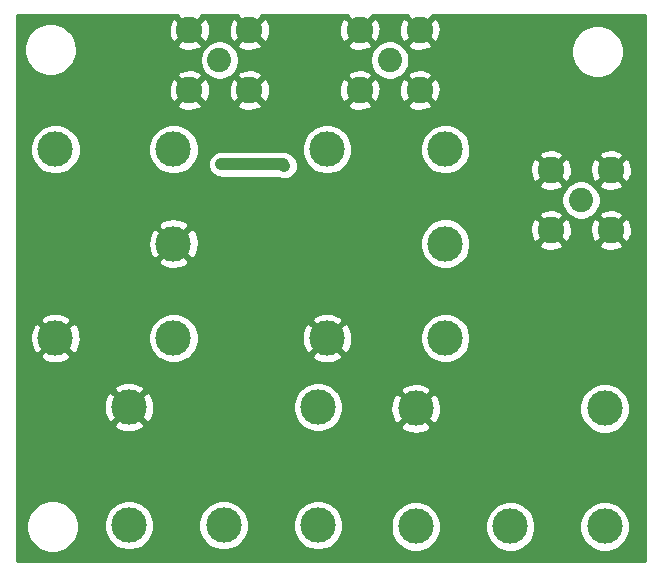
<source format=gbr>
G04 #@! TF.GenerationSoftware,KiCad,Pcbnew,(5.1.5)-3*
G04 #@! TF.CreationDate,2020-09-02T12:15:22+02:00*
G04 #@! TF.ProjectId,mixer,6d697865-722e-46b6-9963-61645f706362,rev?*
G04 #@! TF.SameCoordinates,Original*
G04 #@! TF.FileFunction,Copper,L2,Bot*
G04 #@! TF.FilePolarity,Positive*
%FSLAX46Y46*%
G04 Gerber Fmt 4.6, Leading zero omitted, Abs format (unit mm)*
G04 Created by KiCad (PCBNEW (5.1.5)-3) date 2020-09-02 12:15:22*
%MOMM*%
%LPD*%
G04 APERTURE LIST*
%ADD10C,2.050000*%
%ADD11C,2.250000*%
%ADD12C,3.000000*%
%ADD13C,0.800000*%
%ADD14C,1.000000*%
%ADD15C,0.254000*%
G04 APERTURE END LIST*
D10*
X77470000Y-79110000D03*
D11*
X80010000Y-81650000D03*
X80010000Y-76570000D03*
X74930000Y-76570000D03*
X74930000Y-81650000D03*
X89340000Y-81650000D03*
X89340000Y-76570000D03*
X94420000Y-76570000D03*
X94420000Y-81650000D03*
D10*
X91880000Y-79110000D03*
X108074460Y-90965020D03*
D11*
X110614460Y-93505020D03*
X110614460Y-88425020D03*
X105534460Y-88425020D03*
X105534460Y-93505020D03*
D12*
X85813900Y-108491020D03*
X69813900Y-108491020D03*
X85813900Y-118491020D03*
X77813900Y-118491020D03*
X69813900Y-118491020D03*
X94086140Y-118600240D03*
X102086140Y-118600240D03*
X110086140Y-118600240D03*
X94086140Y-108600240D03*
X110086140Y-108600240D03*
X63573660Y-86652100D03*
X63573660Y-102652100D03*
X73573660Y-86652100D03*
X73573660Y-94652100D03*
X73573660Y-102652100D03*
X96580980Y-102652100D03*
X96580980Y-94652100D03*
X96580980Y-86652100D03*
X86580980Y-102652100D03*
X86580980Y-86652100D03*
D13*
X82984340Y-90726260D03*
X60934600Y-114338100D03*
X60840620Y-109141260D03*
X63555880Y-109186980D03*
X63510160Y-114198400D03*
X65991740Y-114292380D03*
X65943480Y-109186980D03*
X89766140Y-120307100D03*
X89766140Y-117589300D03*
X78679040Y-101500940D03*
X81488280Y-101500940D03*
X83545680Y-83766660D03*
X109311440Y-104221280D03*
X109265720Y-101506020D03*
X109265720Y-98930460D03*
X111747300Y-104269540D03*
X111699040Y-101739700D03*
X111793020Y-98884740D03*
X83820000Y-76200000D03*
X83820000Y-78740000D03*
X83820000Y-81280000D03*
X86360000Y-81280000D03*
X86360000Y-78740000D03*
X86360000Y-76200000D03*
X99060000Y-76200000D03*
X99060000Y-80010000D03*
X99060000Y-83820000D03*
X101600000Y-83820000D03*
X101600000Y-80010000D03*
X101600000Y-76200000D03*
X104140000Y-76200000D03*
X104140000Y-80010000D03*
X104140000Y-83820000D03*
X106680000Y-83820000D03*
X109220000Y-83820000D03*
X111760000Y-83820000D03*
X101600000Y-91440000D03*
X101600000Y-88900000D03*
X101600000Y-86360000D03*
X77619860Y-87932260D03*
X82964020Y-88049100D03*
D14*
X82847180Y-87932260D02*
X82964020Y-88049100D01*
X77619860Y-87932260D02*
X82847180Y-87932260D01*
D15*
G36*
X113467351Y-121501146D02*
G01*
X60355009Y-121488754D01*
X60354676Y-118367392D01*
X61084660Y-118367392D01*
X61084660Y-118807648D01*
X61170550Y-119239445D01*
X61339029Y-119646189D01*
X61583622Y-120012249D01*
X61894931Y-120323558D01*
X62260991Y-120568151D01*
X62667735Y-120736630D01*
X63099532Y-120822520D01*
X63539788Y-120822520D01*
X63971585Y-120736630D01*
X64378329Y-120568151D01*
X64744389Y-120323558D01*
X65055698Y-120012249D01*
X65300291Y-119646189D01*
X65468770Y-119239445D01*
X65554660Y-118807648D01*
X65554660Y-118367392D01*
X65537424Y-118280741D01*
X67678900Y-118280741D01*
X67678900Y-118701299D01*
X67760947Y-119113776D01*
X67921888Y-119502322D01*
X68155537Y-119852003D01*
X68452917Y-120149383D01*
X68802598Y-120383032D01*
X69191144Y-120543973D01*
X69603621Y-120626020D01*
X70024179Y-120626020D01*
X70436656Y-120543973D01*
X70825202Y-120383032D01*
X71174883Y-120149383D01*
X71472263Y-119852003D01*
X71705912Y-119502322D01*
X71866853Y-119113776D01*
X71948900Y-118701299D01*
X71948900Y-118280741D01*
X75678900Y-118280741D01*
X75678900Y-118701299D01*
X75760947Y-119113776D01*
X75921888Y-119502322D01*
X76155537Y-119852003D01*
X76452917Y-120149383D01*
X76802598Y-120383032D01*
X77191144Y-120543973D01*
X77603621Y-120626020D01*
X78024179Y-120626020D01*
X78436656Y-120543973D01*
X78825202Y-120383032D01*
X79174883Y-120149383D01*
X79472263Y-119852003D01*
X79705912Y-119502322D01*
X79866853Y-119113776D01*
X79948900Y-118701299D01*
X79948900Y-118280741D01*
X83678900Y-118280741D01*
X83678900Y-118701299D01*
X83760947Y-119113776D01*
X83921888Y-119502322D01*
X84155537Y-119852003D01*
X84452917Y-120149383D01*
X84802598Y-120383032D01*
X85191144Y-120543973D01*
X85603621Y-120626020D01*
X86024179Y-120626020D01*
X86436656Y-120543973D01*
X86825202Y-120383032D01*
X87174883Y-120149383D01*
X87472263Y-119852003D01*
X87705912Y-119502322D01*
X87866853Y-119113776D01*
X87948900Y-118701299D01*
X87948900Y-118389961D01*
X91951140Y-118389961D01*
X91951140Y-118810519D01*
X92033187Y-119222996D01*
X92194128Y-119611542D01*
X92427777Y-119961223D01*
X92725157Y-120258603D01*
X93074838Y-120492252D01*
X93463384Y-120653193D01*
X93875861Y-120735240D01*
X94296419Y-120735240D01*
X94708896Y-120653193D01*
X95097442Y-120492252D01*
X95447123Y-120258603D01*
X95744503Y-119961223D01*
X95978152Y-119611542D01*
X96139093Y-119222996D01*
X96221140Y-118810519D01*
X96221140Y-118389961D01*
X99951140Y-118389961D01*
X99951140Y-118810519D01*
X100033187Y-119222996D01*
X100194128Y-119611542D01*
X100427777Y-119961223D01*
X100725157Y-120258603D01*
X101074838Y-120492252D01*
X101463384Y-120653193D01*
X101875861Y-120735240D01*
X102296419Y-120735240D01*
X102708896Y-120653193D01*
X103097442Y-120492252D01*
X103447123Y-120258603D01*
X103744503Y-119961223D01*
X103978152Y-119611542D01*
X104139093Y-119222996D01*
X104221140Y-118810519D01*
X104221140Y-118389961D01*
X107951140Y-118389961D01*
X107951140Y-118810519D01*
X108033187Y-119222996D01*
X108194128Y-119611542D01*
X108427777Y-119961223D01*
X108725157Y-120258603D01*
X109074838Y-120492252D01*
X109463384Y-120653193D01*
X109875861Y-120735240D01*
X110296419Y-120735240D01*
X110708896Y-120653193D01*
X111097442Y-120492252D01*
X111447123Y-120258603D01*
X111744503Y-119961223D01*
X111978152Y-119611542D01*
X112139093Y-119222996D01*
X112221140Y-118810519D01*
X112221140Y-118389961D01*
X112139093Y-117977484D01*
X111978152Y-117588938D01*
X111744503Y-117239257D01*
X111447123Y-116941877D01*
X111097442Y-116708228D01*
X110708896Y-116547287D01*
X110296419Y-116465240D01*
X109875861Y-116465240D01*
X109463384Y-116547287D01*
X109074838Y-116708228D01*
X108725157Y-116941877D01*
X108427777Y-117239257D01*
X108194128Y-117588938D01*
X108033187Y-117977484D01*
X107951140Y-118389961D01*
X104221140Y-118389961D01*
X104139093Y-117977484D01*
X103978152Y-117588938D01*
X103744503Y-117239257D01*
X103447123Y-116941877D01*
X103097442Y-116708228D01*
X102708896Y-116547287D01*
X102296419Y-116465240D01*
X101875861Y-116465240D01*
X101463384Y-116547287D01*
X101074838Y-116708228D01*
X100725157Y-116941877D01*
X100427777Y-117239257D01*
X100194128Y-117588938D01*
X100033187Y-117977484D01*
X99951140Y-118389961D01*
X96221140Y-118389961D01*
X96139093Y-117977484D01*
X95978152Y-117588938D01*
X95744503Y-117239257D01*
X95447123Y-116941877D01*
X95097442Y-116708228D01*
X94708896Y-116547287D01*
X94296419Y-116465240D01*
X93875861Y-116465240D01*
X93463384Y-116547287D01*
X93074838Y-116708228D01*
X92725157Y-116941877D01*
X92427777Y-117239257D01*
X92194128Y-117588938D01*
X92033187Y-117977484D01*
X91951140Y-118389961D01*
X87948900Y-118389961D01*
X87948900Y-118280741D01*
X87866853Y-117868264D01*
X87705912Y-117479718D01*
X87472263Y-117130037D01*
X87174883Y-116832657D01*
X86825202Y-116599008D01*
X86436656Y-116438067D01*
X86024179Y-116356020D01*
X85603621Y-116356020D01*
X85191144Y-116438067D01*
X84802598Y-116599008D01*
X84452917Y-116832657D01*
X84155537Y-117130037D01*
X83921888Y-117479718D01*
X83760947Y-117868264D01*
X83678900Y-118280741D01*
X79948900Y-118280741D01*
X79866853Y-117868264D01*
X79705912Y-117479718D01*
X79472263Y-117130037D01*
X79174883Y-116832657D01*
X78825202Y-116599008D01*
X78436656Y-116438067D01*
X78024179Y-116356020D01*
X77603621Y-116356020D01*
X77191144Y-116438067D01*
X76802598Y-116599008D01*
X76452917Y-116832657D01*
X76155537Y-117130037D01*
X75921888Y-117479718D01*
X75760947Y-117868264D01*
X75678900Y-118280741D01*
X71948900Y-118280741D01*
X71866853Y-117868264D01*
X71705912Y-117479718D01*
X71472263Y-117130037D01*
X71174883Y-116832657D01*
X70825202Y-116599008D01*
X70436656Y-116438067D01*
X70024179Y-116356020D01*
X69603621Y-116356020D01*
X69191144Y-116438067D01*
X68802598Y-116599008D01*
X68452917Y-116832657D01*
X68155537Y-117130037D01*
X67921888Y-117479718D01*
X67760947Y-117868264D01*
X67678900Y-118280741D01*
X65537424Y-118280741D01*
X65468770Y-117935595D01*
X65300291Y-117528851D01*
X65055698Y-117162791D01*
X64744389Y-116851482D01*
X64378329Y-116606889D01*
X63971585Y-116438410D01*
X63539788Y-116352520D01*
X63099532Y-116352520D01*
X62667735Y-116438410D01*
X62260991Y-116606889D01*
X61894931Y-116851482D01*
X61583622Y-117162791D01*
X61339029Y-117528851D01*
X61170550Y-117935595D01*
X61084660Y-118367392D01*
X60354676Y-118367392D01*
X60353781Y-109982673D01*
X68501852Y-109982673D01*
X68657862Y-110298234D01*
X69032645Y-110489040D01*
X69437451Y-110603064D01*
X69856724Y-110635922D01*
X70274351Y-110586354D01*
X70674283Y-110456263D01*
X70969938Y-110298234D01*
X71125948Y-109982673D01*
X69813900Y-108670625D01*
X68501852Y-109982673D01*
X60353781Y-109982673D01*
X60353626Y-108533844D01*
X67668998Y-108533844D01*
X67718566Y-108951471D01*
X67848657Y-109351403D01*
X68006686Y-109647058D01*
X68322247Y-109803068D01*
X69634295Y-108491020D01*
X69993505Y-108491020D01*
X71305553Y-109803068D01*
X71621114Y-109647058D01*
X71811920Y-109272275D01*
X71925944Y-108867469D01*
X71958802Y-108448196D01*
X71938927Y-108280741D01*
X83678900Y-108280741D01*
X83678900Y-108701299D01*
X83760947Y-109113776D01*
X83921888Y-109502322D01*
X84155537Y-109852003D01*
X84452917Y-110149383D01*
X84802598Y-110383032D01*
X85191144Y-110543973D01*
X85603621Y-110626020D01*
X86024179Y-110626020D01*
X86436656Y-110543973D01*
X86825202Y-110383032D01*
X87174883Y-110149383D01*
X87232373Y-110091893D01*
X92774092Y-110091893D01*
X92930102Y-110407454D01*
X93304885Y-110598260D01*
X93709691Y-110712284D01*
X94128964Y-110745142D01*
X94546591Y-110695574D01*
X94946523Y-110565483D01*
X95242178Y-110407454D01*
X95398188Y-110091893D01*
X94086140Y-108779845D01*
X92774092Y-110091893D01*
X87232373Y-110091893D01*
X87472263Y-109852003D01*
X87705912Y-109502322D01*
X87866853Y-109113776D01*
X87948900Y-108701299D01*
X87948900Y-108643064D01*
X91941238Y-108643064D01*
X91990806Y-109060691D01*
X92120897Y-109460623D01*
X92278926Y-109756278D01*
X92594487Y-109912288D01*
X93906535Y-108600240D01*
X94265745Y-108600240D01*
X95577793Y-109912288D01*
X95893354Y-109756278D01*
X96084160Y-109381495D01*
X96198184Y-108976689D01*
X96231042Y-108557416D01*
X96211167Y-108389961D01*
X107951140Y-108389961D01*
X107951140Y-108810519D01*
X108033187Y-109222996D01*
X108194128Y-109611542D01*
X108427777Y-109961223D01*
X108725157Y-110258603D01*
X109074838Y-110492252D01*
X109463384Y-110653193D01*
X109875861Y-110735240D01*
X110296419Y-110735240D01*
X110708896Y-110653193D01*
X111097442Y-110492252D01*
X111447123Y-110258603D01*
X111744503Y-109961223D01*
X111978152Y-109611542D01*
X112139093Y-109222996D01*
X112221140Y-108810519D01*
X112221140Y-108389961D01*
X112139093Y-107977484D01*
X111978152Y-107588938D01*
X111744503Y-107239257D01*
X111447123Y-106941877D01*
X111097442Y-106708228D01*
X110708896Y-106547287D01*
X110296419Y-106465240D01*
X109875861Y-106465240D01*
X109463384Y-106547287D01*
X109074838Y-106708228D01*
X108725157Y-106941877D01*
X108427777Y-107239257D01*
X108194128Y-107588938D01*
X108033187Y-107977484D01*
X107951140Y-108389961D01*
X96211167Y-108389961D01*
X96181474Y-108139789D01*
X96051383Y-107739857D01*
X95893354Y-107444202D01*
X95577793Y-107288192D01*
X94265745Y-108600240D01*
X93906535Y-108600240D01*
X92594487Y-107288192D01*
X92278926Y-107444202D01*
X92088120Y-107818985D01*
X91974096Y-108223791D01*
X91941238Y-108643064D01*
X87948900Y-108643064D01*
X87948900Y-108280741D01*
X87866853Y-107868264D01*
X87705912Y-107479718D01*
X87472263Y-107130037D01*
X87450813Y-107108587D01*
X92774092Y-107108587D01*
X94086140Y-108420635D01*
X95398188Y-107108587D01*
X95242178Y-106793026D01*
X94867395Y-106602220D01*
X94462589Y-106488196D01*
X94043316Y-106455338D01*
X93625689Y-106504906D01*
X93225757Y-106634997D01*
X92930102Y-106793026D01*
X92774092Y-107108587D01*
X87450813Y-107108587D01*
X87174883Y-106832657D01*
X86825202Y-106599008D01*
X86436656Y-106438067D01*
X86024179Y-106356020D01*
X85603621Y-106356020D01*
X85191144Y-106438067D01*
X84802598Y-106599008D01*
X84452917Y-106832657D01*
X84155537Y-107130037D01*
X83921888Y-107479718D01*
X83760947Y-107868264D01*
X83678900Y-108280741D01*
X71938927Y-108280741D01*
X71909234Y-108030569D01*
X71779143Y-107630637D01*
X71621114Y-107334982D01*
X71305553Y-107178972D01*
X69993505Y-108491020D01*
X69634295Y-108491020D01*
X68322247Y-107178972D01*
X68006686Y-107334982D01*
X67815880Y-107709765D01*
X67701856Y-108114571D01*
X67668998Y-108533844D01*
X60353626Y-108533844D01*
X60353463Y-106999367D01*
X68501852Y-106999367D01*
X69813900Y-108311415D01*
X71125948Y-106999367D01*
X70969938Y-106683806D01*
X70595155Y-106493000D01*
X70190349Y-106378976D01*
X69771076Y-106346118D01*
X69353449Y-106395686D01*
X68953517Y-106525777D01*
X68657862Y-106683806D01*
X68501852Y-106999367D01*
X60353463Y-106999367D01*
X60353157Y-104143753D01*
X62261612Y-104143753D01*
X62417622Y-104459314D01*
X62792405Y-104650120D01*
X63197211Y-104764144D01*
X63616484Y-104797002D01*
X64034111Y-104747434D01*
X64434043Y-104617343D01*
X64729698Y-104459314D01*
X64885708Y-104143753D01*
X63573660Y-102831705D01*
X62261612Y-104143753D01*
X60353157Y-104143753D01*
X60353002Y-102694924D01*
X61428758Y-102694924D01*
X61478326Y-103112551D01*
X61608417Y-103512483D01*
X61766446Y-103808138D01*
X62082007Y-103964148D01*
X63394055Y-102652100D01*
X63753265Y-102652100D01*
X65065313Y-103964148D01*
X65380874Y-103808138D01*
X65571680Y-103433355D01*
X65685704Y-103028549D01*
X65718562Y-102609276D01*
X65698687Y-102441821D01*
X71438660Y-102441821D01*
X71438660Y-102862379D01*
X71520707Y-103274856D01*
X71681648Y-103663402D01*
X71915297Y-104013083D01*
X72212677Y-104310463D01*
X72562358Y-104544112D01*
X72950904Y-104705053D01*
X73363381Y-104787100D01*
X73783939Y-104787100D01*
X74196416Y-104705053D01*
X74584962Y-104544112D01*
X74934643Y-104310463D01*
X75101353Y-104143753D01*
X85268932Y-104143753D01*
X85424942Y-104459314D01*
X85799725Y-104650120D01*
X86204531Y-104764144D01*
X86623804Y-104797002D01*
X87041431Y-104747434D01*
X87441363Y-104617343D01*
X87737018Y-104459314D01*
X87893028Y-104143753D01*
X86580980Y-102831705D01*
X85268932Y-104143753D01*
X75101353Y-104143753D01*
X75232023Y-104013083D01*
X75465672Y-103663402D01*
X75626613Y-103274856D01*
X75708660Y-102862379D01*
X75708660Y-102694924D01*
X84436078Y-102694924D01*
X84485646Y-103112551D01*
X84615737Y-103512483D01*
X84773766Y-103808138D01*
X85089327Y-103964148D01*
X86401375Y-102652100D01*
X86760585Y-102652100D01*
X88072633Y-103964148D01*
X88388194Y-103808138D01*
X88579000Y-103433355D01*
X88693024Y-103028549D01*
X88725882Y-102609276D01*
X88706007Y-102441821D01*
X94445980Y-102441821D01*
X94445980Y-102862379D01*
X94528027Y-103274856D01*
X94688968Y-103663402D01*
X94922617Y-104013083D01*
X95219997Y-104310463D01*
X95569678Y-104544112D01*
X95958224Y-104705053D01*
X96370701Y-104787100D01*
X96791259Y-104787100D01*
X97203736Y-104705053D01*
X97592282Y-104544112D01*
X97941963Y-104310463D01*
X98239343Y-104013083D01*
X98472992Y-103663402D01*
X98633933Y-103274856D01*
X98715980Y-102862379D01*
X98715980Y-102441821D01*
X98633933Y-102029344D01*
X98472992Y-101640798D01*
X98239343Y-101291117D01*
X97941963Y-100993737D01*
X97592282Y-100760088D01*
X97203736Y-100599147D01*
X96791259Y-100517100D01*
X96370701Y-100517100D01*
X95958224Y-100599147D01*
X95569678Y-100760088D01*
X95219997Y-100993737D01*
X94922617Y-101291117D01*
X94688968Y-101640798D01*
X94528027Y-102029344D01*
X94445980Y-102441821D01*
X88706007Y-102441821D01*
X88676314Y-102191649D01*
X88546223Y-101791717D01*
X88388194Y-101496062D01*
X88072633Y-101340052D01*
X86760585Y-102652100D01*
X86401375Y-102652100D01*
X85089327Y-101340052D01*
X84773766Y-101496062D01*
X84582960Y-101870845D01*
X84468936Y-102275651D01*
X84436078Y-102694924D01*
X75708660Y-102694924D01*
X75708660Y-102441821D01*
X75626613Y-102029344D01*
X75465672Y-101640798D01*
X75232023Y-101291117D01*
X75101353Y-101160447D01*
X85268932Y-101160447D01*
X86580980Y-102472495D01*
X87893028Y-101160447D01*
X87737018Y-100844886D01*
X87362235Y-100654080D01*
X86957429Y-100540056D01*
X86538156Y-100507198D01*
X86120529Y-100556766D01*
X85720597Y-100686857D01*
X85424942Y-100844886D01*
X85268932Y-101160447D01*
X75101353Y-101160447D01*
X74934643Y-100993737D01*
X74584962Y-100760088D01*
X74196416Y-100599147D01*
X73783939Y-100517100D01*
X73363381Y-100517100D01*
X72950904Y-100599147D01*
X72562358Y-100760088D01*
X72212677Y-100993737D01*
X71915297Y-101291117D01*
X71681648Y-101640798D01*
X71520707Y-102029344D01*
X71438660Y-102441821D01*
X65698687Y-102441821D01*
X65668994Y-102191649D01*
X65538903Y-101791717D01*
X65380874Y-101496062D01*
X65065313Y-101340052D01*
X63753265Y-102652100D01*
X63394055Y-102652100D01*
X62082007Y-101340052D01*
X61766446Y-101496062D01*
X61575640Y-101870845D01*
X61461616Y-102275651D01*
X61428758Y-102694924D01*
X60353002Y-102694924D01*
X60352839Y-101160447D01*
X62261612Y-101160447D01*
X63573660Y-102472495D01*
X64885708Y-101160447D01*
X64729698Y-100844886D01*
X64354915Y-100654080D01*
X63950109Y-100540056D01*
X63530836Y-100507198D01*
X63113209Y-100556766D01*
X62713277Y-100686857D01*
X62417622Y-100844886D01*
X62261612Y-101160447D01*
X60352839Y-101160447D01*
X60352304Y-96143753D01*
X72261612Y-96143753D01*
X72417622Y-96459314D01*
X72792405Y-96650120D01*
X73197211Y-96764144D01*
X73616484Y-96797002D01*
X74034111Y-96747434D01*
X74434043Y-96617343D01*
X74729698Y-96459314D01*
X74885708Y-96143753D01*
X73573660Y-94831705D01*
X72261612Y-96143753D01*
X60352304Y-96143753D01*
X60352149Y-94694924D01*
X71428758Y-94694924D01*
X71478326Y-95112551D01*
X71608417Y-95512483D01*
X71766446Y-95808138D01*
X72082007Y-95964148D01*
X73394055Y-94652100D01*
X73753265Y-94652100D01*
X75065313Y-95964148D01*
X75380874Y-95808138D01*
X75571680Y-95433355D01*
X75685704Y-95028549D01*
X75718562Y-94609276D01*
X75698687Y-94441821D01*
X94445980Y-94441821D01*
X94445980Y-94862379D01*
X94528027Y-95274856D01*
X94688968Y-95663402D01*
X94922617Y-96013083D01*
X95219997Y-96310463D01*
X95569678Y-96544112D01*
X95958224Y-96705053D01*
X96370701Y-96787100D01*
X96791259Y-96787100D01*
X97203736Y-96705053D01*
X97592282Y-96544112D01*
X97941963Y-96310463D01*
X98239343Y-96013083D01*
X98472992Y-95663402D01*
X98633933Y-95274856D01*
X98715980Y-94862379D01*
X98715980Y-94729551D01*
X104489534Y-94729551D01*
X104600381Y-95006734D01*
X104911300Y-95160109D01*
X105246165Y-95249880D01*
X105592110Y-95272596D01*
X105935840Y-95227386D01*
X106264145Y-95115986D01*
X106468539Y-95006734D01*
X106579386Y-94729551D01*
X109569534Y-94729551D01*
X109680381Y-95006734D01*
X109991300Y-95160109D01*
X110326165Y-95249880D01*
X110672110Y-95272596D01*
X111015840Y-95227386D01*
X111344145Y-95115986D01*
X111548539Y-95006734D01*
X111659386Y-94729551D01*
X110614460Y-93684625D01*
X109569534Y-94729551D01*
X106579386Y-94729551D01*
X105534460Y-93684625D01*
X104489534Y-94729551D01*
X98715980Y-94729551D01*
X98715980Y-94441821D01*
X98633933Y-94029344D01*
X98472992Y-93640798D01*
X98420789Y-93562670D01*
X103766884Y-93562670D01*
X103812094Y-93906400D01*
X103923494Y-94234705D01*
X104032746Y-94439099D01*
X104309929Y-94549946D01*
X105354855Y-93505020D01*
X105714065Y-93505020D01*
X106758991Y-94549946D01*
X107036174Y-94439099D01*
X107189549Y-94128180D01*
X107279320Y-93793315D01*
X107294464Y-93562670D01*
X108846884Y-93562670D01*
X108892094Y-93906400D01*
X109003494Y-94234705D01*
X109112746Y-94439099D01*
X109389929Y-94549946D01*
X110434855Y-93505020D01*
X110794065Y-93505020D01*
X111838991Y-94549946D01*
X112116174Y-94439099D01*
X112269549Y-94128180D01*
X112359320Y-93793315D01*
X112382036Y-93447370D01*
X112336826Y-93103640D01*
X112225426Y-92775335D01*
X112116174Y-92570941D01*
X111838991Y-92460094D01*
X110794065Y-93505020D01*
X110434855Y-93505020D01*
X109389929Y-92460094D01*
X109112746Y-92570941D01*
X108959371Y-92881860D01*
X108869600Y-93216725D01*
X108846884Y-93562670D01*
X107294464Y-93562670D01*
X107302036Y-93447370D01*
X107256826Y-93103640D01*
X107145426Y-92775335D01*
X107036174Y-92570941D01*
X106758991Y-92460094D01*
X105714065Y-93505020D01*
X105354855Y-93505020D01*
X104309929Y-92460094D01*
X104032746Y-92570941D01*
X103879371Y-92881860D01*
X103789600Y-93216725D01*
X103766884Y-93562670D01*
X98420789Y-93562670D01*
X98239343Y-93291117D01*
X97941963Y-92993737D01*
X97592282Y-92760088D01*
X97203736Y-92599147D01*
X96791259Y-92517100D01*
X96370701Y-92517100D01*
X95958224Y-92599147D01*
X95569678Y-92760088D01*
X95219997Y-92993737D01*
X94922617Y-93291117D01*
X94688968Y-93640798D01*
X94528027Y-94029344D01*
X94445980Y-94441821D01*
X75698687Y-94441821D01*
X75668994Y-94191649D01*
X75538903Y-93791717D01*
X75380874Y-93496062D01*
X75065313Y-93340052D01*
X73753265Y-94652100D01*
X73394055Y-94652100D01*
X72082007Y-93340052D01*
X71766446Y-93496062D01*
X71575640Y-93870845D01*
X71461616Y-94275651D01*
X71428758Y-94694924D01*
X60352149Y-94694924D01*
X60351985Y-93160447D01*
X72261612Y-93160447D01*
X73573660Y-94472495D01*
X74885708Y-93160447D01*
X74729698Y-92844886D01*
X74354915Y-92654080D01*
X73950109Y-92540056D01*
X73530836Y-92507198D01*
X73113209Y-92556766D01*
X72713277Y-92686857D01*
X72417622Y-92844886D01*
X72261612Y-93160447D01*
X60351985Y-93160447D01*
X60351891Y-92280489D01*
X104489534Y-92280489D01*
X105534460Y-93325415D01*
X106579386Y-92280489D01*
X106468539Y-92003306D01*
X106157620Y-91849931D01*
X105822755Y-91760160D01*
X105476810Y-91737444D01*
X105133080Y-91782654D01*
X104804775Y-91894054D01*
X104600381Y-92003306D01*
X104489534Y-92280489D01*
X60351891Y-92280489D01*
X60351734Y-90801524D01*
X106414460Y-90801524D01*
X106414460Y-91128516D01*
X106478253Y-91449224D01*
X106603387Y-91751325D01*
X106785054Y-92023208D01*
X107016272Y-92254426D01*
X107288155Y-92436093D01*
X107590256Y-92561227D01*
X107910964Y-92625020D01*
X108237956Y-92625020D01*
X108558664Y-92561227D01*
X108860765Y-92436093D01*
X109093642Y-92280489D01*
X109569534Y-92280489D01*
X110614460Y-93325415D01*
X111659386Y-92280489D01*
X111548539Y-92003306D01*
X111237620Y-91849931D01*
X110902755Y-91760160D01*
X110556810Y-91737444D01*
X110213080Y-91782654D01*
X109884775Y-91894054D01*
X109680381Y-92003306D01*
X109569534Y-92280489D01*
X109093642Y-92280489D01*
X109132648Y-92254426D01*
X109363866Y-92023208D01*
X109545533Y-91751325D01*
X109670667Y-91449224D01*
X109734460Y-91128516D01*
X109734460Y-90801524D01*
X109670667Y-90480816D01*
X109545533Y-90178715D01*
X109363866Y-89906832D01*
X109132648Y-89675614D01*
X109093643Y-89649551D01*
X109569534Y-89649551D01*
X109680381Y-89926734D01*
X109991300Y-90080109D01*
X110326165Y-90169880D01*
X110672110Y-90192596D01*
X111015840Y-90147386D01*
X111344145Y-90035986D01*
X111548539Y-89926734D01*
X111659386Y-89649551D01*
X110614460Y-88604625D01*
X109569534Y-89649551D01*
X109093643Y-89649551D01*
X108860765Y-89493947D01*
X108558664Y-89368813D01*
X108237956Y-89305020D01*
X107910964Y-89305020D01*
X107590256Y-89368813D01*
X107288155Y-89493947D01*
X107016272Y-89675614D01*
X106785054Y-89906832D01*
X106603387Y-90178715D01*
X106478253Y-90480816D01*
X106414460Y-90801524D01*
X60351734Y-90801524D01*
X60351610Y-89649551D01*
X104489534Y-89649551D01*
X104600381Y-89926734D01*
X104911300Y-90080109D01*
X105246165Y-90169880D01*
X105592110Y-90192596D01*
X105935840Y-90147386D01*
X106264145Y-90035986D01*
X106468539Y-89926734D01*
X106579386Y-89649551D01*
X105534460Y-88604625D01*
X104489534Y-89649551D01*
X60351610Y-89649551D01*
X60351266Y-86441821D01*
X61438660Y-86441821D01*
X61438660Y-86862379D01*
X61520707Y-87274856D01*
X61681648Y-87663402D01*
X61915297Y-88013083D01*
X62212677Y-88310463D01*
X62562358Y-88544112D01*
X62950904Y-88705053D01*
X63363381Y-88787100D01*
X63783939Y-88787100D01*
X64196416Y-88705053D01*
X64584962Y-88544112D01*
X64934643Y-88310463D01*
X65232023Y-88013083D01*
X65465672Y-87663402D01*
X65626613Y-87274856D01*
X65708660Y-86862379D01*
X65708660Y-86441821D01*
X71438660Y-86441821D01*
X71438660Y-86862379D01*
X71520707Y-87274856D01*
X71681648Y-87663402D01*
X71915297Y-88013083D01*
X72212677Y-88310463D01*
X72562358Y-88544112D01*
X72950904Y-88705053D01*
X73363381Y-88787100D01*
X73783939Y-88787100D01*
X74196416Y-88705053D01*
X74584962Y-88544112D01*
X74934643Y-88310463D01*
X75232023Y-88013083D01*
X75286027Y-87932260D01*
X76479369Y-87932260D01*
X76501283Y-88154759D01*
X76566184Y-88368707D01*
X76671576Y-88565883D01*
X76813411Y-88738709D01*
X76986237Y-88880544D01*
X77183413Y-88985936D01*
X77397361Y-89050837D01*
X77564108Y-89067260D01*
X82461128Y-89067260D01*
X82527574Y-89102776D01*
X82741522Y-89167677D01*
X82964020Y-89189591D01*
X83186519Y-89167677D01*
X83400467Y-89102776D01*
X83597643Y-88997384D01*
X83770469Y-88855549D01*
X83912304Y-88682723D01*
X84017696Y-88485547D01*
X84082597Y-88271599D01*
X84104511Y-88049100D01*
X84082597Y-87826602D01*
X84017696Y-87612654D01*
X83912304Y-87415478D01*
X83806009Y-87285957D01*
X83689174Y-87169123D01*
X83653629Y-87125811D01*
X83480803Y-86983976D01*
X83283627Y-86878584D01*
X83069679Y-86813683D01*
X82902932Y-86797260D01*
X82902931Y-86797260D01*
X82847180Y-86791769D01*
X82791429Y-86797260D01*
X77564108Y-86797260D01*
X77397361Y-86813683D01*
X77183413Y-86878584D01*
X76986237Y-86983976D01*
X76813411Y-87125811D01*
X76671576Y-87298637D01*
X76566184Y-87495813D01*
X76501283Y-87709761D01*
X76479369Y-87932260D01*
X75286027Y-87932260D01*
X75465672Y-87663402D01*
X75626613Y-87274856D01*
X75708660Y-86862379D01*
X75708660Y-86441821D01*
X84445980Y-86441821D01*
X84445980Y-86862379D01*
X84528027Y-87274856D01*
X84688968Y-87663402D01*
X84922617Y-88013083D01*
X85219997Y-88310463D01*
X85569678Y-88544112D01*
X85958224Y-88705053D01*
X86370701Y-88787100D01*
X86791259Y-88787100D01*
X87203736Y-88705053D01*
X87592282Y-88544112D01*
X87941963Y-88310463D01*
X88239343Y-88013083D01*
X88472992Y-87663402D01*
X88633933Y-87274856D01*
X88715980Y-86862379D01*
X88715980Y-86441821D01*
X94445980Y-86441821D01*
X94445980Y-86862379D01*
X94528027Y-87274856D01*
X94688968Y-87663402D01*
X94922617Y-88013083D01*
X95219997Y-88310463D01*
X95569678Y-88544112D01*
X95958224Y-88705053D01*
X96370701Y-88787100D01*
X96791259Y-88787100D01*
X97203736Y-88705053D01*
X97592282Y-88544112D01*
X97684236Y-88482670D01*
X103766884Y-88482670D01*
X103812094Y-88826400D01*
X103923494Y-89154705D01*
X104032746Y-89359099D01*
X104309929Y-89469946D01*
X105354855Y-88425020D01*
X105714065Y-88425020D01*
X106758991Y-89469946D01*
X107036174Y-89359099D01*
X107189549Y-89048180D01*
X107279320Y-88713315D01*
X107294464Y-88482670D01*
X108846884Y-88482670D01*
X108892094Y-88826400D01*
X109003494Y-89154705D01*
X109112746Y-89359099D01*
X109389929Y-89469946D01*
X110434855Y-88425020D01*
X110794065Y-88425020D01*
X111838991Y-89469946D01*
X112116174Y-89359099D01*
X112269549Y-89048180D01*
X112359320Y-88713315D01*
X112382036Y-88367370D01*
X112336826Y-88023640D01*
X112225426Y-87695335D01*
X112116174Y-87490941D01*
X111838991Y-87380094D01*
X110794065Y-88425020D01*
X110434855Y-88425020D01*
X109389929Y-87380094D01*
X109112746Y-87490941D01*
X108959371Y-87801860D01*
X108869600Y-88136725D01*
X108846884Y-88482670D01*
X107294464Y-88482670D01*
X107302036Y-88367370D01*
X107256826Y-88023640D01*
X107145426Y-87695335D01*
X107036174Y-87490941D01*
X106758991Y-87380094D01*
X105714065Y-88425020D01*
X105354855Y-88425020D01*
X104309929Y-87380094D01*
X104032746Y-87490941D01*
X103879371Y-87801860D01*
X103789600Y-88136725D01*
X103766884Y-88482670D01*
X97684236Y-88482670D01*
X97941963Y-88310463D01*
X98239343Y-88013083D01*
X98472992Y-87663402D01*
X98633933Y-87274856D01*
X98648725Y-87200489D01*
X104489534Y-87200489D01*
X105534460Y-88245415D01*
X106579386Y-87200489D01*
X109569534Y-87200489D01*
X110614460Y-88245415D01*
X111659386Y-87200489D01*
X111548539Y-86923306D01*
X111237620Y-86769931D01*
X110902755Y-86680160D01*
X110556810Y-86657444D01*
X110213080Y-86702654D01*
X109884775Y-86814054D01*
X109680381Y-86923306D01*
X109569534Y-87200489D01*
X106579386Y-87200489D01*
X106468539Y-86923306D01*
X106157620Y-86769931D01*
X105822755Y-86680160D01*
X105476810Y-86657444D01*
X105133080Y-86702654D01*
X104804775Y-86814054D01*
X104600381Y-86923306D01*
X104489534Y-87200489D01*
X98648725Y-87200489D01*
X98715980Y-86862379D01*
X98715980Y-86441821D01*
X98633933Y-86029344D01*
X98472992Y-85640798D01*
X98239343Y-85291117D01*
X97941963Y-84993737D01*
X97592282Y-84760088D01*
X97203736Y-84599147D01*
X96791259Y-84517100D01*
X96370701Y-84517100D01*
X95958224Y-84599147D01*
X95569678Y-84760088D01*
X95219997Y-84993737D01*
X94922617Y-85291117D01*
X94688968Y-85640798D01*
X94528027Y-86029344D01*
X94445980Y-86441821D01*
X88715980Y-86441821D01*
X88633933Y-86029344D01*
X88472992Y-85640798D01*
X88239343Y-85291117D01*
X87941963Y-84993737D01*
X87592282Y-84760088D01*
X87203736Y-84599147D01*
X86791259Y-84517100D01*
X86370701Y-84517100D01*
X85958224Y-84599147D01*
X85569678Y-84760088D01*
X85219997Y-84993737D01*
X84922617Y-85291117D01*
X84688968Y-85640798D01*
X84528027Y-86029344D01*
X84445980Y-86441821D01*
X75708660Y-86441821D01*
X75626613Y-86029344D01*
X75465672Y-85640798D01*
X75232023Y-85291117D01*
X74934643Y-84993737D01*
X74584962Y-84760088D01*
X74196416Y-84599147D01*
X73783939Y-84517100D01*
X73363381Y-84517100D01*
X72950904Y-84599147D01*
X72562358Y-84760088D01*
X72212677Y-84993737D01*
X71915297Y-85291117D01*
X71681648Y-85640798D01*
X71520707Y-86029344D01*
X71438660Y-86441821D01*
X65708660Y-86441821D01*
X65626613Y-86029344D01*
X65465672Y-85640798D01*
X65232023Y-85291117D01*
X64934643Y-84993737D01*
X64584962Y-84760088D01*
X64196416Y-84599147D01*
X63783939Y-84517100D01*
X63363381Y-84517100D01*
X62950904Y-84599147D01*
X62562358Y-84760088D01*
X62212677Y-84993737D01*
X61915297Y-85291117D01*
X61681648Y-85640798D01*
X61520707Y-86029344D01*
X61438660Y-86441821D01*
X60351266Y-86441821D01*
X60350885Y-82874531D01*
X73885074Y-82874531D01*
X73995921Y-83151714D01*
X74306840Y-83305089D01*
X74641705Y-83394860D01*
X74987650Y-83417576D01*
X75331380Y-83372366D01*
X75659685Y-83260966D01*
X75864079Y-83151714D01*
X75974926Y-82874531D01*
X78965074Y-82874531D01*
X79075921Y-83151714D01*
X79386840Y-83305089D01*
X79721705Y-83394860D01*
X80067650Y-83417576D01*
X80411380Y-83372366D01*
X80739685Y-83260966D01*
X80944079Y-83151714D01*
X81054926Y-82874531D01*
X88295074Y-82874531D01*
X88405921Y-83151714D01*
X88716840Y-83305089D01*
X89051705Y-83394860D01*
X89397650Y-83417576D01*
X89741380Y-83372366D01*
X90069685Y-83260966D01*
X90274079Y-83151714D01*
X90384926Y-82874531D01*
X93375074Y-82874531D01*
X93485921Y-83151714D01*
X93796840Y-83305089D01*
X94131705Y-83394860D01*
X94477650Y-83417576D01*
X94821380Y-83372366D01*
X95149685Y-83260966D01*
X95354079Y-83151714D01*
X95464926Y-82874531D01*
X94420000Y-81829605D01*
X93375074Y-82874531D01*
X90384926Y-82874531D01*
X89340000Y-81829605D01*
X88295074Y-82874531D01*
X81054926Y-82874531D01*
X80010000Y-81829605D01*
X78965074Y-82874531D01*
X75974926Y-82874531D01*
X74930000Y-81829605D01*
X73885074Y-82874531D01*
X60350885Y-82874531D01*
X60350760Y-81707650D01*
X73162424Y-81707650D01*
X73207634Y-82051380D01*
X73319034Y-82379685D01*
X73428286Y-82584079D01*
X73705469Y-82694926D01*
X74750395Y-81650000D01*
X75109605Y-81650000D01*
X76154531Y-82694926D01*
X76431714Y-82584079D01*
X76585089Y-82273160D01*
X76674860Y-81938295D01*
X76690004Y-81707650D01*
X78242424Y-81707650D01*
X78287634Y-82051380D01*
X78399034Y-82379685D01*
X78508286Y-82584079D01*
X78785469Y-82694926D01*
X79830395Y-81650000D01*
X80189605Y-81650000D01*
X81234531Y-82694926D01*
X81511714Y-82584079D01*
X81665089Y-82273160D01*
X81754860Y-81938295D01*
X81770004Y-81707650D01*
X87572424Y-81707650D01*
X87617634Y-82051380D01*
X87729034Y-82379685D01*
X87838286Y-82584079D01*
X88115469Y-82694926D01*
X89160395Y-81650000D01*
X89519605Y-81650000D01*
X90564531Y-82694926D01*
X90841714Y-82584079D01*
X90995089Y-82273160D01*
X91084860Y-81938295D01*
X91100004Y-81707650D01*
X92652424Y-81707650D01*
X92697634Y-82051380D01*
X92809034Y-82379685D01*
X92918286Y-82584079D01*
X93195469Y-82694926D01*
X94240395Y-81650000D01*
X94599605Y-81650000D01*
X95644531Y-82694926D01*
X95921714Y-82584079D01*
X96075089Y-82273160D01*
X96164860Y-81938295D01*
X96187576Y-81592350D01*
X96142366Y-81248620D01*
X96030966Y-80920315D01*
X95921714Y-80715921D01*
X95644531Y-80605074D01*
X94599605Y-81650000D01*
X94240395Y-81650000D01*
X93195469Y-80605074D01*
X92918286Y-80715921D01*
X92764911Y-81026840D01*
X92675140Y-81361705D01*
X92652424Y-81707650D01*
X91100004Y-81707650D01*
X91107576Y-81592350D01*
X91062366Y-81248620D01*
X90950966Y-80920315D01*
X90841714Y-80715921D01*
X90564531Y-80605074D01*
X89519605Y-81650000D01*
X89160395Y-81650000D01*
X88115469Y-80605074D01*
X87838286Y-80715921D01*
X87684911Y-81026840D01*
X87595140Y-81361705D01*
X87572424Y-81707650D01*
X81770004Y-81707650D01*
X81777576Y-81592350D01*
X81732366Y-81248620D01*
X81620966Y-80920315D01*
X81511714Y-80715921D01*
X81234531Y-80605074D01*
X80189605Y-81650000D01*
X79830395Y-81650000D01*
X78785469Y-80605074D01*
X78508286Y-80715921D01*
X78354911Y-81026840D01*
X78265140Y-81361705D01*
X78242424Y-81707650D01*
X76690004Y-81707650D01*
X76697576Y-81592350D01*
X76652366Y-81248620D01*
X76540966Y-80920315D01*
X76431714Y-80715921D01*
X76154531Y-80605074D01*
X75109605Y-81650000D01*
X74750395Y-81650000D01*
X73705469Y-80605074D01*
X73428286Y-80715921D01*
X73274911Y-81026840D01*
X73185140Y-81361705D01*
X73162424Y-81707650D01*
X60350760Y-81707650D01*
X60350360Y-77971232D01*
X60904320Y-77971232D01*
X60904320Y-78411488D01*
X60990210Y-78843285D01*
X61158689Y-79250029D01*
X61403282Y-79616089D01*
X61714591Y-79927398D01*
X62080651Y-80171991D01*
X62487395Y-80340470D01*
X62919192Y-80426360D01*
X63359448Y-80426360D01*
X63363927Y-80425469D01*
X73885074Y-80425469D01*
X74930000Y-81470395D01*
X75974926Y-80425469D01*
X75864079Y-80148286D01*
X75553160Y-79994911D01*
X75218295Y-79905140D01*
X74872350Y-79882424D01*
X74528620Y-79927634D01*
X74200315Y-80039034D01*
X73995921Y-80148286D01*
X73885074Y-80425469D01*
X63363927Y-80425469D01*
X63791245Y-80340470D01*
X64197989Y-80171991D01*
X64564049Y-79927398D01*
X64875358Y-79616089D01*
X65119951Y-79250029D01*
X65245675Y-78946504D01*
X75810000Y-78946504D01*
X75810000Y-79273496D01*
X75873793Y-79594204D01*
X75998927Y-79896305D01*
X76180594Y-80168188D01*
X76411812Y-80399406D01*
X76683695Y-80581073D01*
X76985796Y-80706207D01*
X77306504Y-80770000D01*
X77633496Y-80770000D01*
X77954204Y-80706207D01*
X78256305Y-80581073D01*
X78489182Y-80425469D01*
X78965074Y-80425469D01*
X80010000Y-81470395D01*
X81054926Y-80425469D01*
X88295074Y-80425469D01*
X89340000Y-81470395D01*
X90384926Y-80425469D01*
X90274079Y-80148286D01*
X89963160Y-79994911D01*
X89628295Y-79905140D01*
X89282350Y-79882424D01*
X88938620Y-79927634D01*
X88610315Y-80039034D01*
X88405921Y-80148286D01*
X88295074Y-80425469D01*
X81054926Y-80425469D01*
X80944079Y-80148286D01*
X80633160Y-79994911D01*
X80298295Y-79905140D01*
X79952350Y-79882424D01*
X79608620Y-79927634D01*
X79280315Y-80039034D01*
X79075921Y-80148286D01*
X78965074Y-80425469D01*
X78489182Y-80425469D01*
X78528188Y-80399406D01*
X78759406Y-80168188D01*
X78941073Y-79896305D01*
X79066207Y-79594204D01*
X79130000Y-79273496D01*
X79130000Y-78946504D01*
X90220000Y-78946504D01*
X90220000Y-79273496D01*
X90283793Y-79594204D01*
X90408927Y-79896305D01*
X90590594Y-80168188D01*
X90821812Y-80399406D01*
X91093695Y-80581073D01*
X91395796Y-80706207D01*
X91716504Y-80770000D01*
X92043496Y-80770000D01*
X92364204Y-80706207D01*
X92666305Y-80581073D01*
X92899182Y-80425469D01*
X93375074Y-80425469D01*
X94420000Y-81470395D01*
X95464926Y-80425469D01*
X95354079Y-80148286D01*
X95043160Y-79994911D01*
X94708295Y-79905140D01*
X94362350Y-79882424D01*
X94018620Y-79927634D01*
X93690315Y-80039034D01*
X93485921Y-80148286D01*
X93375074Y-80425469D01*
X92899182Y-80425469D01*
X92938188Y-80399406D01*
X93169406Y-80168188D01*
X93351073Y-79896305D01*
X93476207Y-79594204D01*
X93540000Y-79273496D01*
X93540000Y-78946504D01*
X93476207Y-78625796D01*
X93351073Y-78323695D01*
X93169406Y-78051812D01*
X92938188Y-77820594D01*
X92899183Y-77794531D01*
X93375074Y-77794531D01*
X93485921Y-78071714D01*
X93796840Y-78225089D01*
X94131705Y-78314860D01*
X94477650Y-78337576D01*
X94821380Y-78292366D01*
X95149685Y-78180966D01*
X95176164Y-78166812D01*
X107221220Y-78166812D01*
X107221220Y-78607068D01*
X107307110Y-79038865D01*
X107475589Y-79445609D01*
X107720182Y-79811669D01*
X108031491Y-80122978D01*
X108397551Y-80367571D01*
X108804295Y-80536050D01*
X109236092Y-80621940D01*
X109676348Y-80621940D01*
X110108145Y-80536050D01*
X110514889Y-80367571D01*
X110880949Y-80122978D01*
X111192258Y-79811669D01*
X111436851Y-79445609D01*
X111605330Y-79038865D01*
X111691220Y-78607068D01*
X111691220Y-78166812D01*
X111605330Y-77735015D01*
X111436851Y-77328271D01*
X111192258Y-76962211D01*
X110880949Y-76650902D01*
X110514889Y-76406309D01*
X110108145Y-76237830D01*
X109676348Y-76151940D01*
X109236092Y-76151940D01*
X108804295Y-76237830D01*
X108397551Y-76406309D01*
X108031491Y-76650902D01*
X107720182Y-76962211D01*
X107475589Y-77328271D01*
X107307110Y-77735015D01*
X107221220Y-78166812D01*
X95176164Y-78166812D01*
X95354079Y-78071714D01*
X95464926Y-77794531D01*
X94420000Y-76749605D01*
X93375074Y-77794531D01*
X92899183Y-77794531D01*
X92666305Y-77638927D01*
X92364204Y-77513793D01*
X92043496Y-77450000D01*
X91716504Y-77450000D01*
X91395796Y-77513793D01*
X91093695Y-77638927D01*
X90821812Y-77820594D01*
X90590594Y-78051812D01*
X90408927Y-78323695D01*
X90283793Y-78625796D01*
X90220000Y-78946504D01*
X79130000Y-78946504D01*
X79066207Y-78625796D01*
X78941073Y-78323695D01*
X78759406Y-78051812D01*
X78528188Y-77820594D01*
X78489183Y-77794531D01*
X78965074Y-77794531D01*
X79075921Y-78071714D01*
X79386840Y-78225089D01*
X79721705Y-78314860D01*
X80067650Y-78337576D01*
X80411380Y-78292366D01*
X80739685Y-78180966D01*
X80944079Y-78071714D01*
X81054926Y-77794531D01*
X88295074Y-77794531D01*
X88405921Y-78071714D01*
X88716840Y-78225089D01*
X89051705Y-78314860D01*
X89397650Y-78337576D01*
X89741380Y-78292366D01*
X90069685Y-78180966D01*
X90274079Y-78071714D01*
X90384926Y-77794531D01*
X89340000Y-76749605D01*
X88295074Y-77794531D01*
X81054926Y-77794531D01*
X80010000Y-76749605D01*
X78965074Y-77794531D01*
X78489183Y-77794531D01*
X78256305Y-77638927D01*
X77954204Y-77513793D01*
X77633496Y-77450000D01*
X77306504Y-77450000D01*
X76985796Y-77513793D01*
X76683695Y-77638927D01*
X76411812Y-77820594D01*
X76180594Y-78051812D01*
X75998927Y-78323695D01*
X75873793Y-78625796D01*
X75810000Y-78946504D01*
X65245675Y-78946504D01*
X65288430Y-78843285D01*
X65374320Y-78411488D01*
X65374320Y-77971232D01*
X65339172Y-77794531D01*
X73885074Y-77794531D01*
X73995921Y-78071714D01*
X74306840Y-78225089D01*
X74641705Y-78314860D01*
X74987650Y-78337576D01*
X75331380Y-78292366D01*
X75659685Y-78180966D01*
X75864079Y-78071714D01*
X75974926Y-77794531D01*
X74930000Y-76749605D01*
X73885074Y-77794531D01*
X65339172Y-77794531D01*
X65288430Y-77539435D01*
X65119951Y-77132691D01*
X64875358Y-76766631D01*
X64736377Y-76627650D01*
X73162424Y-76627650D01*
X73207634Y-76971380D01*
X73319034Y-77299685D01*
X73428286Y-77504079D01*
X73705469Y-77614926D01*
X74750395Y-76570000D01*
X75109605Y-76570000D01*
X76154531Y-77614926D01*
X76431714Y-77504079D01*
X76585089Y-77193160D01*
X76674860Y-76858295D01*
X76690004Y-76627650D01*
X78242424Y-76627650D01*
X78287634Y-76971380D01*
X78399034Y-77299685D01*
X78508286Y-77504079D01*
X78785469Y-77614926D01*
X79830395Y-76570000D01*
X80189605Y-76570000D01*
X81234531Y-77614926D01*
X81511714Y-77504079D01*
X81665089Y-77193160D01*
X81754860Y-76858295D01*
X81770004Y-76627650D01*
X87572424Y-76627650D01*
X87617634Y-76971380D01*
X87729034Y-77299685D01*
X87838286Y-77504079D01*
X88115469Y-77614926D01*
X89160395Y-76570000D01*
X89519605Y-76570000D01*
X90564531Y-77614926D01*
X90841714Y-77504079D01*
X90995089Y-77193160D01*
X91084860Y-76858295D01*
X91100004Y-76627650D01*
X92652424Y-76627650D01*
X92697634Y-76971380D01*
X92809034Y-77299685D01*
X92918286Y-77504079D01*
X93195469Y-77614926D01*
X94240395Y-76570000D01*
X94599605Y-76570000D01*
X95644531Y-77614926D01*
X95921714Y-77504079D01*
X96075089Y-77193160D01*
X96164860Y-76858295D01*
X96187576Y-76512350D01*
X96142366Y-76168620D01*
X96030966Y-75840315D01*
X95921714Y-75635921D01*
X95644531Y-75525074D01*
X94599605Y-76570000D01*
X94240395Y-76570000D01*
X93195469Y-75525074D01*
X92918286Y-75635921D01*
X92764911Y-75946840D01*
X92675140Y-76281705D01*
X92652424Y-76627650D01*
X91100004Y-76627650D01*
X91107576Y-76512350D01*
X91062366Y-76168620D01*
X90950966Y-75840315D01*
X90841714Y-75635921D01*
X90564531Y-75525074D01*
X89519605Y-76570000D01*
X89160395Y-76570000D01*
X88115469Y-75525074D01*
X87838286Y-75635921D01*
X87684911Y-75946840D01*
X87595140Y-76281705D01*
X87572424Y-76627650D01*
X81770004Y-76627650D01*
X81777576Y-76512350D01*
X81732366Y-76168620D01*
X81620966Y-75840315D01*
X81511714Y-75635921D01*
X81234531Y-75525074D01*
X80189605Y-76570000D01*
X79830395Y-76570000D01*
X78785469Y-75525074D01*
X78508286Y-75635921D01*
X78354911Y-75946840D01*
X78265140Y-76281705D01*
X78242424Y-76627650D01*
X76690004Y-76627650D01*
X76697576Y-76512350D01*
X76652366Y-76168620D01*
X76540966Y-75840315D01*
X76431714Y-75635921D01*
X76154531Y-75525074D01*
X75109605Y-76570000D01*
X74750395Y-76570000D01*
X73705469Y-75525074D01*
X73428286Y-75635921D01*
X73274911Y-75946840D01*
X73185140Y-76281705D01*
X73162424Y-76627650D01*
X64736377Y-76627650D01*
X64564049Y-76455322D01*
X64197989Y-76210729D01*
X63791245Y-76042250D01*
X63359448Y-75956360D01*
X62919192Y-75956360D01*
X62487395Y-76042250D01*
X62080651Y-76210729D01*
X61714591Y-76455322D01*
X61403282Y-76766631D01*
X61158689Y-77132691D01*
X60990210Y-77539435D01*
X60904320Y-77971232D01*
X60350360Y-77971232D01*
X60350070Y-75259738D01*
X73919865Y-75258472D01*
X73885074Y-75345469D01*
X74930000Y-76390395D01*
X75974926Y-75345469D01*
X75940060Y-75258283D01*
X79000054Y-75257998D01*
X78965074Y-75345469D01*
X80010000Y-76390395D01*
X81054926Y-75345469D01*
X81019870Y-75257809D01*
X88330402Y-75257127D01*
X88295074Y-75345469D01*
X89340000Y-76390395D01*
X90384926Y-75345469D01*
X90349522Y-75256939D01*
X93410592Y-75256653D01*
X93375074Y-75345469D01*
X94420000Y-76390395D01*
X95464926Y-75345469D01*
X95429333Y-75256465D01*
X113472290Y-75254781D01*
X113467351Y-121501146D01*
G37*
X113467351Y-121501146D02*
X60355009Y-121488754D01*
X60354676Y-118367392D01*
X61084660Y-118367392D01*
X61084660Y-118807648D01*
X61170550Y-119239445D01*
X61339029Y-119646189D01*
X61583622Y-120012249D01*
X61894931Y-120323558D01*
X62260991Y-120568151D01*
X62667735Y-120736630D01*
X63099532Y-120822520D01*
X63539788Y-120822520D01*
X63971585Y-120736630D01*
X64378329Y-120568151D01*
X64744389Y-120323558D01*
X65055698Y-120012249D01*
X65300291Y-119646189D01*
X65468770Y-119239445D01*
X65554660Y-118807648D01*
X65554660Y-118367392D01*
X65537424Y-118280741D01*
X67678900Y-118280741D01*
X67678900Y-118701299D01*
X67760947Y-119113776D01*
X67921888Y-119502322D01*
X68155537Y-119852003D01*
X68452917Y-120149383D01*
X68802598Y-120383032D01*
X69191144Y-120543973D01*
X69603621Y-120626020D01*
X70024179Y-120626020D01*
X70436656Y-120543973D01*
X70825202Y-120383032D01*
X71174883Y-120149383D01*
X71472263Y-119852003D01*
X71705912Y-119502322D01*
X71866853Y-119113776D01*
X71948900Y-118701299D01*
X71948900Y-118280741D01*
X75678900Y-118280741D01*
X75678900Y-118701299D01*
X75760947Y-119113776D01*
X75921888Y-119502322D01*
X76155537Y-119852003D01*
X76452917Y-120149383D01*
X76802598Y-120383032D01*
X77191144Y-120543973D01*
X77603621Y-120626020D01*
X78024179Y-120626020D01*
X78436656Y-120543973D01*
X78825202Y-120383032D01*
X79174883Y-120149383D01*
X79472263Y-119852003D01*
X79705912Y-119502322D01*
X79866853Y-119113776D01*
X79948900Y-118701299D01*
X79948900Y-118280741D01*
X83678900Y-118280741D01*
X83678900Y-118701299D01*
X83760947Y-119113776D01*
X83921888Y-119502322D01*
X84155537Y-119852003D01*
X84452917Y-120149383D01*
X84802598Y-120383032D01*
X85191144Y-120543973D01*
X85603621Y-120626020D01*
X86024179Y-120626020D01*
X86436656Y-120543973D01*
X86825202Y-120383032D01*
X87174883Y-120149383D01*
X87472263Y-119852003D01*
X87705912Y-119502322D01*
X87866853Y-119113776D01*
X87948900Y-118701299D01*
X87948900Y-118389961D01*
X91951140Y-118389961D01*
X91951140Y-118810519D01*
X92033187Y-119222996D01*
X92194128Y-119611542D01*
X92427777Y-119961223D01*
X92725157Y-120258603D01*
X93074838Y-120492252D01*
X93463384Y-120653193D01*
X93875861Y-120735240D01*
X94296419Y-120735240D01*
X94708896Y-120653193D01*
X95097442Y-120492252D01*
X95447123Y-120258603D01*
X95744503Y-119961223D01*
X95978152Y-119611542D01*
X96139093Y-119222996D01*
X96221140Y-118810519D01*
X96221140Y-118389961D01*
X99951140Y-118389961D01*
X99951140Y-118810519D01*
X100033187Y-119222996D01*
X100194128Y-119611542D01*
X100427777Y-119961223D01*
X100725157Y-120258603D01*
X101074838Y-120492252D01*
X101463384Y-120653193D01*
X101875861Y-120735240D01*
X102296419Y-120735240D01*
X102708896Y-120653193D01*
X103097442Y-120492252D01*
X103447123Y-120258603D01*
X103744503Y-119961223D01*
X103978152Y-119611542D01*
X104139093Y-119222996D01*
X104221140Y-118810519D01*
X104221140Y-118389961D01*
X107951140Y-118389961D01*
X107951140Y-118810519D01*
X108033187Y-119222996D01*
X108194128Y-119611542D01*
X108427777Y-119961223D01*
X108725157Y-120258603D01*
X109074838Y-120492252D01*
X109463384Y-120653193D01*
X109875861Y-120735240D01*
X110296419Y-120735240D01*
X110708896Y-120653193D01*
X111097442Y-120492252D01*
X111447123Y-120258603D01*
X111744503Y-119961223D01*
X111978152Y-119611542D01*
X112139093Y-119222996D01*
X112221140Y-118810519D01*
X112221140Y-118389961D01*
X112139093Y-117977484D01*
X111978152Y-117588938D01*
X111744503Y-117239257D01*
X111447123Y-116941877D01*
X111097442Y-116708228D01*
X110708896Y-116547287D01*
X110296419Y-116465240D01*
X109875861Y-116465240D01*
X109463384Y-116547287D01*
X109074838Y-116708228D01*
X108725157Y-116941877D01*
X108427777Y-117239257D01*
X108194128Y-117588938D01*
X108033187Y-117977484D01*
X107951140Y-118389961D01*
X104221140Y-118389961D01*
X104139093Y-117977484D01*
X103978152Y-117588938D01*
X103744503Y-117239257D01*
X103447123Y-116941877D01*
X103097442Y-116708228D01*
X102708896Y-116547287D01*
X102296419Y-116465240D01*
X101875861Y-116465240D01*
X101463384Y-116547287D01*
X101074838Y-116708228D01*
X100725157Y-116941877D01*
X100427777Y-117239257D01*
X100194128Y-117588938D01*
X100033187Y-117977484D01*
X99951140Y-118389961D01*
X96221140Y-118389961D01*
X96139093Y-117977484D01*
X95978152Y-117588938D01*
X95744503Y-117239257D01*
X95447123Y-116941877D01*
X95097442Y-116708228D01*
X94708896Y-116547287D01*
X94296419Y-116465240D01*
X93875861Y-116465240D01*
X93463384Y-116547287D01*
X93074838Y-116708228D01*
X92725157Y-116941877D01*
X92427777Y-117239257D01*
X92194128Y-117588938D01*
X92033187Y-117977484D01*
X91951140Y-118389961D01*
X87948900Y-118389961D01*
X87948900Y-118280741D01*
X87866853Y-117868264D01*
X87705912Y-117479718D01*
X87472263Y-117130037D01*
X87174883Y-116832657D01*
X86825202Y-116599008D01*
X86436656Y-116438067D01*
X86024179Y-116356020D01*
X85603621Y-116356020D01*
X85191144Y-116438067D01*
X84802598Y-116599008D01*
X84452917Y-116832657D01*
X84155537Y-117130037D01*
X83921888Y-117479718D01*
X83760947Y-117868264D01*
X83678900Y-118280741D01*
X79948900Y-118280741D01*
X79866853Y-117868264D01*
X79705912Y-117479718D01*
X79472263Y-117130037D01*
X79174883Y-116832657D01*
X78825202Y-116599008D01*
X78436656Y-116438067D01*
X78024179Y-116356020D01*
X77603621Y-116356020D01*
X77191144Y-116438067D01*
X76802598Y-116599008D01*
X76452917Y-116832657D01*
X76155537Y-117130037D01*
X75921888Y-117479718D01*
X75760947Y-117868264D01*
X75678900Y-118280741D01*
X71948900Y-118280741D01*
X71866853Y-117868264D01*
X71705912Y-117479718D01*
X71472263Y-117130037D01*
X71174883Y-116832657D01*
X70825202Y-116599008D01*
X70436656Y-116438067D01*
X70024179Y-116356020D01*
X69603621Y-116356020D01*
X69191144Y-116438067D01*
X68802598Y-116599008D01*
X68452917Y-116832657D01*
X68155537Y-117130037D01*
X67921888Y-117479718D01*
X67760947Y-117868264D01*
X67678900Y-118280741D01*
X65537424Y-118280741D01*
X65468770Y-117935595D01*
X65300291Y-117528851D01*
X65055698Y-117162791D01*
X64744389Y-116851482D01*
X64378329Y-116606889D01*
X63971585Y-116438410D01*
X63539788Y-116352520D01*
X63099532Y-116352520D01*
X62667735Y-116438410D01*
X62260991Y-116606889D01*
X61894931Y-116851482D01*
X61583622Y-117162791D01*
X61339029Y-117528851D01*
X61170550Y-117935595D01*
X61084660Y-118367392D01*
X60354676Y-118367392D01*
X60353781Y-109982673D01*
X68501852Y-109982673D01*
X68657862Y-110298234D01*
X69032645Y-110489040D01*
X69437451Y-110603064D01*
X69856724Y-110635922D01*
X70274351Y-110586354D01*
X70674283Y-110456263D01*
X70969938Y-110298234D01*
X71125948Y-109982673D01*
X69813900Y-108670625D01*
X68501852Y-109982673D01*
X60353781Y-109982673D01*
X60353626Y-108533844D01*
X67668998Y-108533844D01*
X67718566Y-108951471D01*
X67848657Y-109351403D01*
X68006686Y-109647058D01*
X68322247Y-109803068D01*
X69634295Y-108491020D01*
X69993505Y-108491020D01*
X71305553Y-109803068D01*
X71621114Y-109647058D01*
X71811920Y-109272275D01*
X71925944Y-108867469D01*
X71958802Y-108448196D01*
X71938927Y-108280741D01*
X83678900Y-108280741D01*
X83678900Y-108701299D01*
X83760947Y-109113776D01*
X83921888Y-109502322D01*
X84155537Y-109852003D01*
X84452917Y-110149383D01*
X84802598Y-110383032D01*
X85191144Y-110543973D01*
X85603621Y-110626020D01*
X86024179Y-110626020D01*
X86436656Y-110543973D01*
X86825202Y-110383032D01*
X87174883Y-110149383D01*
X87232373Y-110091893D01*
X92774092Y-110091893D01*
X92930102Y-110407454D01*
X93304885Y-110598260D01*
X93709691Y-110712284D01*
X94128964Y-110745142D01*
X94546591Y-110695574D01*
X94946523Y-110565483D01*
X95242178Y-110407454D01*
X95398188Y-110091893D01*
X94086140Y-108779845D01*
X92774092Y-110091893D01*
X87232373Y-110091893D01*
X87472263Y-109852003D01*
X87705912Y-109502322D01*
X87866853Y-109113776D01*
X87948900Y-108701299D01*
X87948900Y-108643064D01*
X91941238Y-108643064D01*
X91990806Y-109060691D01*
X92120897Y-109460623D01*
X92278926Y-109756278D01*
X92594487Y-109912288D01*
X93906535Y-108600240D01*
X94265745Y-108600240D01*
X95577793Y-109912288D01*
X95893354Y-109756278D01*
X96084160Y-109381495D01*
X96198184Y-108976689D01*
X96231042Y-108557416D01*
X96211167Y-108389961D01*
X107951140Y-108389961D01*
X107951140Y-108810519D01*
X108033187Y-109222996D01*
X108194128Y-109611542D01*
X108427777Y-109961223D01*
X108725157Y-110258603D01*
X109074838Y-110492252D01*
X109463384Y-110653193D01*
X109875861Y-110735240D01*
X110296419Y-110735240D01*
X110708896Y-110653193D01*
X111097442Y-110492252D01*
X111447123Y-110258603D01*
X111744503Y-109961223D01*
X111978152Y-109611542D01*
X112139093Y-109222996D01*
X112221140Y-108810519D01*
X112221140Y-108389961D01*
X112139093Y-107977484D01*
X111978152Y-107588938D01*
X111744503Y-107239257D01*
X111447123Y-106941877D01*
X111097442Y-106708228D01*
X110708896Y-106547287D01*
X110296419Y-106465240D01*
X109875861Y-106465240D01*
X109463384Y-106547287D01*
X109074838Y-106708228D01*
X108725157Y-106941877D01*
X108427777Y-107239257D01*
X108194128Y-107588938D01*
X108033187Y-107977484D01*
X107951140Y-108389961D01*
X96211167Y-108389961D01*
X96181474Y-108139789D01*
X96051383Y-107739857D01*
X95893354Y-107444202D01*
X95577793Y-107288192D01*
X94265745Y-108600240D01*
X93906535Y-108600240D01*
X92594487Y-107288192D01*
X92278926Y-107444202D01*
X92088120Y-107818985D01*
X91974096Y-108223791D01*
X91941238Y-108643064D01*
X87948900Y-108643064D01*
X87948900Y-108280741D01*
X87866853Y-107868264D01*
X87705912Y-107479718D01*
X87472263Y-107130037D01*
X87450813Y-107108587D01*
X92774092Y-107108587D01*
X94086140Y-108420635D01*
X95398188Y-107108587D01*
X95242178Y-106793026D01*
X94867395Y-106602220D01*
X94462589Y-106488196D01*
X94043316Y-106455338D01*
X93625689Y-106504906D01*
X93225757Y-106634997D01*
X92930102Y-106793026D01*
X92774092Y-107108587D01*
X87450813Y-107108587D01*
X87174883Y-106832657D01*
X86825202Y-106599008D01*
X86436656Y-106438067D01*
X86024179Y-106356020D01*
X85603621Y-106356020D01*
X85191144Y-106438067D01*
X84802598Y-106599008D01*
X84452917Y-106832657D01*
X84155537Y-107130037D01*
X83921888Y-107479718D01*
X83760947Y-107868264D01*
X83678900Y-108280741D01*
X71938927Y-108280741D01*
X71909234Y-108030569D01*
X71779143Y-107630637D01*
X71621114Y-107334982D01*
X71305553Y-107178972D01*
X69993505Y-108491020D01*
X69634295Y-108491020D01*
X68322247Y-107178972D01*
X68006686Y-107334982D01*
X67815880Y-107709765D01*
X67701856Y-108114571D01*
X67668998Y-108533844D01*
X60353626Y-108533844D01*
X60353463Y-106999367D01*
X68501852Y-106999367D01*
X69813900Y-108311415D01*
X71125948Y-106999367D01*
X70969938Y-106683806D01*
X70595155Y-106493000D01*
X70190349Y-106378976D01*
X69771076Y-106346118D01*
X69353449Y-106395686D01*
X68953517Y-106525777D01*
X68657862Y-106683806D01*
X68501852Y-106999367D01*
X60353463Y-106999367D01*
X60353157Y-104143753D01*
X62261612Y-104143753D01*
X62417622Y-104459314D01*
X62792405Y-104650120D01*
X63197211Y-104764144D01*
X63616484Y-104797002D01*
X64034111Y-104747434D01*
X64434043Y-104617343D01*
X64729698Y-104459314D01*
X64885708Y-104143753D01*
X63573660Y-102831705D01*
X62261612Y-104143753D01*
X60353157Y-104143753D01*
X60353002Y-102694924D01*
X61428758Y-102694924D01*
X61478326Y-103112551D01*
X61608417Y-103512483D01*
X61766446Y-103808138D01*
X62082007Y-103964148D01*
X63394055Y-102652100D01*
X63753265Y-102652100D01*
X65065313Y-103964148D01*
X65380874Y-103808138D01*
X65571680Y-103433355D01*
X65685704Y-103028549D01*
X65718562Y-102609276D01*
X65698687Y-102441821D01*
X71438660Y-102441821D01*
X71438660Y-102862379D01*
X71520707Y-103274856D01*
X71681648Y-103663402D01*
X71915297Y-104013083D01*
X72212677Y-104310463D01*
X72562358Y-104544112D01*
X72950904Y-104705053D01*
X73363381Y-104787100D01*
X73783939Y-104787100D01*
X74196416Y-104705053D01*
X74584962Y-104544112D01*
X74934643Y-104310463D01*
X75101353Y-104143753D01*
X85268932Y-104143753D01*
X85424942Y-104459314D01*
X85799725Y-104650120D01*
X86204531Y-104764144D01*
X86623804Y-104797002D01*
X87041431Y-104747434D01*
X87441363Y-104617343D01*
X87737018Y-104459314D01*
X87893028Y-104143753D01*
X86580980Y-102831705D01*
X85268932Y-104143753D01*
X75101353Y-104143753D01*
X75232023Y-104013083D01*
X75465672Y-103663402D01*
X75626613Y-103274856D01*
X75708660Y-102862379D01*
X75708660Y-102694924D01*
X84436078Y-102694924D01*
X84485646Y-103112551D01*
X84615737Y-103512483D01*
X84773766Y-103808138D01*
X85089327Y-103964148D01*
X86401375Y-102652100D01*
X86760585Y-102652100D01*
X88072633Y-103964148D01*
X88388194Y-103808138D01*
X88579000Y-103433355D01*
X88693024Y-103028549D01*
X88725882Y-102609276D01*
X88706007Y-102441821D01*
X94445980Y-102441821D01*
X94445980Y-102862379D01*
X94528027Y-103274856D01*
X94688968Y-103663402D01*
X94922617Y-104013083D01*
X95219997Y-104310463D01*
X95569678Y-104544112D01*
X95958224Y-104705053D01*
X96370701Y-104787100D01*
X96791259Y-104787100D01*
X97203736Y-104705053D01*
X97592282Y-104544112D01*
X97941963Y-104310463D01*
X98239343Y-104013083D01*
X98472992Y-103663402D01*
X98633933Y-103274856D01*
X98715980Y-102862379D01*
X98715980Y-102441821D01*
X98633933Y-102029344D01*
X98472992Y-101640798D01*
X98239343Y-101291117D01*
X97941963Y-100993737D01*
X97592282Y-100760088D01*
X97203736Y-100599147D01*
X96791259Y-100517100D01*
X96370701Y-100517100D01*
X95958224Y-100599147D01*
X95569678Y-100760088D01*
X95219997Y-100993737D01*
X94922617Y-101291117D01*
X94688968Y-101640798D01*
X94528027Y-102029344D01*
X94445980Y-102441821D01*
X88706007Y-102441821D01*
X88676314Y-102191649D01*
X88546223Y-101791717D01*
X88388194Y-101496062D01*
X88072633Y-101340052D01*
X86760585Y-102652100D01*
X86401375Y-102652100D01*
X85089327Y-101340052D01*
X84773766Y-101496062D01*
X84582960Y-101870845D01*
X84468936Y-102275651D01*
X84436078Y-102694924D01*
X75708660Y-102694924D01*
X75708660Y-102441821D01*
X75626613Y-102029344D01*
X75465672Y-101640798D01*
X75232023Y-101291117D01*
X75101353Y-101160447D01*
X85268932Y-101160447D01*
X86580980Y-102472495D01*
X87893028Y-101160447D01*
X87737018Y-100844886D01*
X87362235Y-100654080D01*
X86957429Y-100540056D01*
X86538156Y-100507198D01*
X86120529Y-100556766D01*
X85720597Y-100686857D01*
X85424942Y-100844886D01*
X85268932Y-101160447D01*
X75101353Y-101160447D01*
X74934643Y-100993737D01*
X74584962Y-100760088D01*
X74196416Y-100599147D01*
X73783939Y-100517100D01*
X73363381Y-100517100D01*
X72950904Y-100599147D01*
X72562358Y-100760088D01*
X72212677Y-100993737D01*
X71915297Y-101291117D01*
X71681648Y-101640798D01*
X71520707Y-102029344D01*
X71438660Y-102441821D01*
X65698687Y-102441821D01*
X65668994Y-102191649D01*
X65538903Y-101791717D01*
X65380874Y-101496062D01*
X65065313Y-101340052D01*
X63753265Y-102652100D01*
X63394055Y-102652100D01*
X62082007Y-101340052D01*
X61766446Y-101496062D01*
X61575640Y-101870845D01*
X61461616Y-102275651D01*
X61428758Y-102694924D01*
X60353002Y-102694924D01*
X60352839Y-101160447D01*
X62261612Y-101160447D01*
X63573660Y-102472495D01*
X64885708Y-101160447D01*
X64729698Y-100844886D01*
X64354915Y-100654080D01*
X63950109Y-100540056D01*
X63530836Y-100507198D01*
X63113209Y-100556766D01*
X62713277Y-100686857D01*
X62417622Y-100844886D01*
X62261612Y-101160447D01*
X60352839Y-101160447D01*
X60352304Y-96143753D01*
X72261612Y-96143753D01*
X72417622Y-96459314D01*
X72792405Y-96650120D01*
X73197211Y-96764144D01*
X73616484Y-96797002D01*
X74034111Y-96747434D01*
X74434043Y-96617343D01*
X74729698Y-96459314D01*
X74885708Y-96143753D01*
X73573660Y-94831705D01*
X72261612Y-96143753D01*
X60352304Y-96143753D01*
X60352149Y-94694924D01*
X71428758Y-94694924D01*
X71478326Y-95112551D01*
X71608417Y-95512483D01*
X71766446Y-95808138D01*
X72082007Y-95964148D01*
X73394055Y-94652100D01*
X73753265Y-94652100D01*
X75065313Y-95964148D01*
X75380874Y-95808138D01*
X75571680Y-95433355D01*
X75685704Y-95028549D01*
X75718562Y-94609276D01*
X75698687Y-94441821D01*
X94445980Y-94441821D01*
X94445980Y-94862379D01*
X94528027Y-95274856D01*
X94688968Y-95663402D01*
X94922617Y-96013083D01*
X95219997Y-96310463D01*
X95569678Y-96544112D01*
X95958224Y-96705053D01*
X96370701Y-96787100D01*
X96791259Y-96787100D01*
X97203736Y-96705053D01*
X97592282Y-96544112D01*
X97941963Y-96310463D01*
X98239343Y-96013083D01*
X98472992Y-95663402D01*
X98633933Y-95274856D01*
X98715980Y-94862379D01*
X98715980Y-94729551D01*
X104489534Y-94729551D01*
X104600381Y-95006734D01*
X104911300Y-95160109D01*
X105246165Y-95249880D01*
X105592110Y-95272596D01*
X105935840Y-95227386D01*
X106264145Y-95115986D01*
X106468539Y-95006734D01*
X106579386Y-94729551D01*
X109569534Y-94729551D01*
X109680381Y-95006734D01*
X109991300Y-95160109D01*
X110326165Y-95249880D01*
X110672110Y-95272596D01*
X111015840Y-95227386D01*
X111344145Y-95115986D01*
X111548539Y-95006734D01*
X111659386Y-94729551D01*
X110614460Y-93684625D01*
X109569534Y-94729551D01*
X106579386Y-94729551D01*
X105534460Y-93684625D01*
X104489534Y-94729551D01*
X98715980Y-94729551D01*
X98715980Y-94441821D01*
X98633933Y-94029344D01*
X98472992Y-93640798D01*
X98420789Y-93562670D01*
X103766884Y-93562670D01*
X103812094Y-93906400D01*
X103923494Y-94234705D01*
X104032746Y-94439099D01*
X104309929Y-94549946D01*
X105354855Y-93505020D01*
X105714065Y-93505020D01*
X106758991Y-94549946D01*
X107036174Y-94439099D01*
X107189549Y-94128180D01*
X107279320Y-93793315D01*
X107294464Y-93562670D01*
X108846884Y-93562670D01*
X108892094Y-93906400D01*
X109003494Y-94234705D01*
X109112746Y-94439099D01*
X109389929Y-94549946D01*
X110434855Y-93505020D01*
X110794065Y-93505020D01*
X111838991Y-94549946D01*
X112116174Y-94439099D01*
X112269549Y-94128180D01*
X112359320Y-93793315D01*
X112382036Y-93447370D01*
X112336826Y-93103640D01*
X112225426Y-92775335D01*
X112116174Y-92570941D01*
X111838991Y-92460094D01*
X110794065Y-93505020D01*
X110434855Y-93505020D01*
X109389929Y-92460094D01*
X109112746Y-92570941D01*
X108959371Y-92881860D01*
X108869600Y-93216725D01*
X108846884Y-93562670D01*
X107294464Y-93562670D01*
X107302036Y-93447370D01*
X107256826Y-93103640D01*
X107145426Y-92775335D01*
X107036174Y-92570941D01*
X106758991Y-92460094D01*
X105714065Y-93505020D01*
X105354855Y-93505020D01*
X104309929Y-92460094D01*
X104032746Y-92570941D01*
X103879371Y-92881860D01*
X103789600Y-93216725D01*
X103766884Y-93562670D01*
X98420789Y-93562670D01*
X98239343Y-93291117D01*
X97941963Y-92993737D01*
X97592282Y-92760088D01*
X97203736Y-92599147D01*
X96791259Y-92517100D01*
X96370701Y-92517100D01*
X95958224Y-92599147D01*
X95569678Y-92760088D01*
X95219997Y-92993737D01*
X94922617Y-93291117D01*
X94688968Y-93640798D01*
X94528027Y-94029344D01*
X94445980Y-94441821D01*
X75698687Y-94441821D01*
X75668994Y-94191649D01*
X75538903Y-93791717D01*
X75380874Y-93496062D01*
X75065313Y-93340052D01*
X73753265Y-94652100D01*
X73394055Y-94652100D01*
X72082007Y-93340052D01*
X71766446Y-93496062D01*
X71575640Y-93870845D01*
X71461616Y-94275651D01*
X71428758Y-94694924D01*
X60352149Y-94694924D01*
X60351985Y-93160447D01*
X72261612Y-93160447D01*
X73573660Y-94472495D01*
X74885708Y-93160447D01*
X74729698Y-92844886D01*
X74354915Y-92654080D01*
X73950109Y-92540056D01*
X73530836Y-92507198D01*
X73113209Y-92556766D01*
X72713277Y-92686857D01*
X72417622Y-92844886D01*
X72261612Y-93160447D01*
X60351985Y-93160447D01*
X60351891Y-92280489D01*
X104489534Y-92280489D01*
X105534460Y-93325415D01*
X106579386Y-92280489D01*
X106468539Y-92003306D01*
X106157620Y-91849931D01*
X105822755Y-91760160D01*
X105476810Y-91737444D01*
X105133080Y-91782654D01*
X104804775Y-91894054D01*
X104600381Y-92003306D01*
X104489534Y-92280489D01*
X60351891Y-92280489D01*
X60351734Y-90801524D01*
X106414460Y-90801524D01*
X106414460Y-91128516D01*
X106478253Y-91449224D01*
X106603387Y-91751325D01*
X106785054Y-92023208D01*
X107016272Y-92254426D01*
X107288155Y-92436093D01*
X107590256Y-92561227D01*
X107910964Y-92625020D01*
X108237956Y-92625020D01*
X108558664Y-92561227D01*
X108860765Y-92436093D01*
X109093642Y-92280489D01*
X109569534Y-92280489D01*
X110614460Y-93325415D01*
X111659386Y-92280489D01*
X111548539Y-92003306D01*
X111237620Y-91849931D01*
X110902755Y-91760160D01*
X110556810Y-91737444D01*
X110213080Y-91782654D01*
X109884775Y-91894054D01*
X109680381Y-92003306D01*
X109569534Y-92280489D01*
X109093642Y-92280489D01*
X109132648Y-92254426D01*
X109363866Y-92023208D01*
X109545533Y-91751325D01*
X109670667Y-91449224D01*
X109734460Y-91128516D01*
X109734460Y-90801524D01*
X109670667Y-90480816D01*
X109545533Y-90178715D01*
X109363866Y-89906832D01*
X109132648Y-89675614D01*
X109093643Y-89649551D01*
X109569534Y-89649551D01*
X109680381Y-89926734D01*
X109991300Y-90080109D01*
X110326165Y-90169880D01*
X110672110Y-90192596D01*
X111015840Y-90147386D01*
X111344145Y-90035986D01*
X111548539Y-89926734D01*
X111659386Y-89649551D01*
X110614460Y-88604625D01*
X109569534Y-89649551D01*
X109093643Y-89649551D01*
X108860765Y-89493947D01*
X108558664Y-89368813D01*
X108237956Y-89305020D01*
X107910964Y-89305020D01*
X107590256Y-89368813D01*
X107288155Y-89493947D01*
X107016272Y-89675614D01*
X106785054Y-89906832D01*
X106603387Y-90178715D01*
X106478253Y-90480816D01*
X106414460Y-90801524D01*
X60351734Y-90801524D01*
X60351610Y-89649551D01*
X104489534Y-89649551D01*
X104600381Y-89926734D01*
X104911300Y-90080109D01*
X105246165Y-90169880D01*
X105592110Y-90192596D01*
X105935840Y-90147386D01*
X106264145Y-90035986D01*
X106468539Y-89926734D01*
X106579386Y-89649551D01*
X105534460Y-88604625D01*
X104489534Y-89649551D01*
X60351610Y-89649551D01*
X60351266Y-86441821D01*
X61438660Y-86441821D01*
X61438660Y-86862379D01*
X61520707Y-87274856D01*
X61681648Y-87663402D01*
X61915297Y-88013083D01*
X62212677Y-88310463D01*
X62562358Y-88544112D01*
X62950904Y-88705053D01*
X63363381Y-88787100D01*
X63783939Y-88787100D01*
X64196416Y-88705053D01*
X64584962Y-88544112D01*
X64934643Y-88310463D01*
X65232023Y-88013083D01*
X65465672Y-87663402D01*
X65626613Y-87274856D01*
X65708660Y-86862379D01*
X65708660Y-86441821D01*
X71438660Y-86441821D01*
X71438660Y-86862379D01*
X71520707Y-87274856D01*
X71681648Y-87663402D01*
X71915297Y-88013083D01*
X72212677Y-88310463D01*
X72562358Y-88544112D01*
X72950904Y-88705053D01*
X73363381Y-88787100D01*
X73783939Y-88787100D01*
X74196416Y-88705053D01*
X74584962Y-88544112D01*
X74934643Y-88310463D01*
X75232023Y-88013083D01*
X75286027Y-87932260D01*
X76479369Y-87932260D01*
X76501283Y-88154759D01*
X76566184Y-88368707D01*
X76671576Y-88565883D01*
X76813411Y-88738709D01*
X76986237Y-88880544D01*
X77183413Y-88985936D01*
X77397361Y-89050837D01*
X77564108Y-89067260D01*
X82461128Y-89067260D01*
X82527574Y-89102776D01*
X82741522Y-89167677D01*
X82964020Y-89189591D01*
X83186519Y-89167677D01*
X83400467Y-89102776D01*
X83597643Y-88997384D01*
X83770469Y-88855549D01*
X83912304Y-88682723D01*
X84017696Y-88485547D01*
X84082597Y-88271599D01*
X84104511Y-88049100D01*
X84082597Y-87826602D01*
X84017696Y-87612654D01*
X83912304Y-87415478D01*
X83806009Y-87285957D01*
X83689174Y-87169123D01*
X83653629Y-87125811D01*
X83480803Y-86983976D01*
X83283627Y-86878584D01*
X83069679Y-86813683D01*
X82902932Y-86797260D01*
X82902931Y-86797260D01*
X82847180Y-86791769D01*
X82791429Y-86797260D01*
X77564108Y-86797260D01*
X77397361Y-86813683D01*
X77183413Y-86878584D01*
X76986237Y-86983976D01*
X76813411Y-87125811D01*
X76671576Y-87298637D01*
X76566184Y-87495813D01*
X76501283Y-87709761D01*
X76479369Y-87932260D01*
X75286027Y-87932260D01*
X75465672Y-87663402D01*
X75626613Y-87274856D01*
X75708660Y-86862379D01*
X75708660Y-86441821D01*
X84445980Y-86441821D01*
X84445980Y-86862379D01*
X84528027Y-87274856D01*
X84688968Y-87663402D01*
X84922617Y-88013083D01*
X85219997Y-88310463D01*
X85569678Y-88544112D01*
X85958224Y-88705053D01*
X86370701Y-88787100D01*
X86791259Y-88787100D01*
X87203736Y-88705053D01*
X87592282Y-88544112D01*
X87941963Y-88310463D01*
X88239343Y-88013083D01*
X88472992Y-87663402D01*
X88633933Y-87274856D01*
X88715980Y-86862379D01*
X88715980Y-86441821D01*
X94445980Y-86441821D01*
X94445980Y-86862379D01*
X94528027Y-87274856D01*
X94688968Y-87663402D01*
X94922617Y-88013083D01*
X95219997Y-88310463D01*
X95569678Y-88544112D01*
X95958224Y-88705053D01*
X96370701Y-88787100D01*
X96791259Y-88787100D01*
X97203736Y-88705053D01*
X97592282Y-88544112D01*
X97684236Y-88482670D01*
X103766884Y-88482670D01*
X103812094Y-88826400D01*
X103923494Y-89154705D01*
X104032746Y-89359099D01*
X104309929Y-89469946D01*
X105354855Y-88425020D01*
X105714065Y-88425020D01*
X106758991Y-89469946D01*
X107036174Y-89359099D01*
X107189549Y-89048180D01*
X107279320Y-88713315D01*
X107294464Y-88482670D01*
X108846884Y-88482670D01*
X108892094Y-88826400D01*
X109003494Y-89154705D01*
X109112746Y-89359099D01*
X109389929Y-89469946D01*
X110434855Y-88425020D01*
X110794065Y-88425020D01*
X111838991Y-89469946D01*
X112116174Y-89359099D01*
X112269549Y-89048180D01*
X112359320Y-88713315D01*
X112382036Y-88367370D01*
X112336826Y-88023640D01*
X112225426Y-87695335D01*
X112116174Y-87490941D01*
X111838991Y-87380094D01*
X110794065Y-88425020D01*
X110434855Y-88425020D01*
X109389929Y-87380094D01*
X109112746Y-87490941D01*
X108959371Y-87801860D01*
X108869600Y-88136725D01*
X108846884Y-88482670D01*
X107294464Y-88482670D01*
X107302036Y-88367370D01*
X107256826Y-88023640D01*
X107145426Y-87695335D01*
X107036174Y-87490941D01*
X106758991Y-87380094D01*
X105714065Y-88425020D01*
X105354855Y-88425020D01*
X104309929Y-87380094D01*
X104032746Y-87490941D01*
X103879371Y-87801860D01*
X103789600Y-88136725D01*
X103766884Y-88482670D01*
X97684236Y-88482670D01*
X97941963Y-88310463D01*
X98239343Y-88013083D01*
X98472992Y-87663402D01*
X98633933Y-87274856D01*
X98648725Y-87200489D01*
X104489534Y-87200489D01*
X105534460Y-88245415D01*
X106579386Y-87200489D01*
X109569534Y-87200489D01*
X110614460Y-88245415D01*
X111659386Y-87200489D01*
X111548539Y-86923306D01*
X111237620Y-86769931D01*
X110902755Y-86680160D01*
X110556810Y-86657444D01*
X110213080Y-86702654D01*
X109884775Y-86814054D01*
X109680381Y-86923306D01*
X109569534Y-87200489D01*
X106579386Y-87200489D01*
X106468539Y-86923306D01*
X106157620Y-86769931D01*
X105822755Y-86680160D01*
X105476810Y-86657444D01*
X105133080Y-86702654D01*
X104804775Y-86814054D01*
X104600381Y-86923306D01*
X104489534Y-87200489D01*
X98648725Y-87200489D01*
X98715980Y-86862379D01*
X98715980Y-86441821D01*
X98633933Y-86029344D01*
X98472992Y-85640798D01*
X98239343Y-85291117D01*
X97941963Y-84993737D01*
X97592282Y-84760088D01*
X97203736Y-84599147D01*
X96791259Y-84517100D01*
X96370701Y-84517100D01*
X95958224Y-84599147D01*
X95569678Y-84760088D01*
X95219997Y-84993737D01*
X94922617Y-85291117D01*
X94688968Y-85640798D01*
X94528027Y-86029344D01*
X94445980Y-86441821D01*
X88715980Y-86441821D01*
X88633933Y-86029344D01*
X88472992Y-85640798D01*
X88239343Y-85291117D01*
X87941963Y-84993737D01*
X87592282Y-84760088D01*
X87203736Y-84599147D01*
X86791259Y-84517100D01*
X86370701Y-84517100D01*
X85958224Y-84599147D01*
X85569678Y-84760088D01*
X85219997Y-84993737D01*
X84922617Y-85291117D01*
X84688968Y-85640798D01*
X84528027Y-86029344D01*
X84445980Y-86441821D01*
X75708660Y-86441821D01*
X75626613Y-86029344D01*
X75465672Y-85640798D01*
X75232023Y-85291117D01*
X74934643Y-84993737D01*
X74584962Y-84760088D01*
X74196416Y-84599147D01*
X73783939Y-84517100D01*
X73363381Y-84517100D01*
X72950904Y-84599147D01*
X72562358Y-84760088D01*
X72212677Y-84993737D01*
X71915297Y-85291117D01*
X71681648Y-85640798D01*
X71520707Y-86029344D01*
X71438660Y-86441821D01*
X65708660Y-86441821D01*
X65626613Y-86029344D01*
X65465672Y-85640798D01*
X65232023Y-85291117D01*
X64934643Y-84993737D01*
X64584962Y-84760088D01*
X64196416Y-84599147D01*
X63783939Y-84517100D01*
X63363381Y-84517100D01*
X62950904Y-84599147D01*
X62562358Y-84760088D01*
X62212677Y-84993737D01*
X61915297Y-85291117D01*
X61681648Y-85640798D01*
X61520707Y-86029344D01*
X61438660Y-86441821D01*
X60351266Y-86441821D01*
X60350885Y-82874531D01*
X73885074Y-82874531D01*
X73995921Y-83151714D01*
X74306840Y-83305089D01*
X74641705Y-83394860D01*
X74987650Y-83417576D01*
X75331380Y-83372366D01*
X75659685Y-83260966D01*
X75864079Y-83151714D01*
X75974926Y-82874531D01*
X78965074Y-82874531D01*
X79075921Y-83151714D01*
X79386840Y-83305089D01*
X79721705Y-83394860D01*
X80067650Y-83417576D01*
X80411380Y-83372366D01*
X80739685Y-83260966D01*
X80944079Y-83151714D01*
X81054926Y-82874531D01*
X88295074Y-82874531D01*
X88405921Y-83151714D01*
X88716840Y-83305089D01*
X89051705Y-83394860D01*
X89397650Y-83417576D01*
X89741380Y-83372366D01*
X90069685Y-83260966D01*
X90274079Y-83151714D01*
X90384926Y-82874531D01*
X93375074Y-82874531D01*
X93485921Y-83151714D01*
X93796840Y-83305089D01*
X94131705Y-83394860D01*
X94477650Y-83417576D01*
X94821380Y-83372366D01*
X95149685Y-83260966D01*
X95354079Y-83151714D01*
X95464926Y-82874531D01*
X94420000Y-81829605D01*
X93375074Y-82874531D01*
X90384926Y-82874531D01*
X89340000Y-81829605D01*
X88295074Y-82874531D01*
X81054926Y-82874531D01*
X80010000Y-81829605D01*
X78965074Y-82874531D01*
X75974926Y-82874531D01*
X74930000Y-81829605D01*
X73885074Y-82874531D01*
X60350885Y-82874531D01*
X60350760Y-81707650D01*
X73162424Y-81707650D01*
X73207634Y-82051380D01*
X73319034Y-82379685D01*
X73428286Y-82584079D01*
X73705469Y-82694926D01*
X74750395Y-81650000D01*
X75109605Y-81650000D01*
X76154531Y-82694926D01*
X76431714Y-82584079D01*
X76585089Y-82273160D01*
X76674860Y-81938295D01*
X76690004Y-81707650D01*
X78242424Y-81707650D01*
X78287634Y-82051380D01*
X78399034Y-82379685D01*
X78508286Y-82584079D01*
X78785469Y-82694926D01*
X79830395Y-81650000D01*
X80189605Y-81650000D01*
X81234531Y-82694926D01*
X81511714Y-82584079D01*
X81665089Y-82273160D01*
X81754860Y-81938295D01*
X81770004Y-81707650D01*
X87572424Y-81707650D01*
X87617634Y-82051380D01*
X87729034Y-82379685D01*
X87838286Y-82584079D01*
X88115469Y-82694926D01*
X89160395Y-81650000D01*
X89519605Y-81650000D01*
X90564531Y-82694926D01*
X90841714Y-82584079D01*
X90995089Y-82273160D01*
X91084860Y-81938295D01*
X91100004Y-81707650D01*
X92652424Y-81707650D01*
X92697634Y-82051380D01*
X92809034Y-82379685D01*
X92918286Y-82584079D01*
X93195469Y-82694926D01*
X94240395Y-81650000D01*
X94599605Y-81650000D01*
X95644531Y-82694926D01*
X95921714Y-82584079D01*
X96075089Y-82273160D01*
X96164860Y-81938295D01*
X96187576Y-81592350D01*
X96142366Y-81248620D01*
X96030966Y-80920315D01*
X95921714Y-80715921D01*
X95644531Y-80605074D01*
X94599605Y-81650000D01*
X94240395Y-81650000D01*
X93195469Y-80605074D01*
X92918286Y-80715921D01*
X92764911Y-81026840D01*
X92675140Y-81361705D01*
X92652424Y-81707650D01*
X91100004Y-81707650D01*
X91107576Y-81592350D01*
X91062366Y-81248620D01*
X90950966Y-80920315D01*
X90841714Y-80715921D01*
X90564531Y-80605074D01*
X89519605Y-81650000D01*
X89160395Y-81650000D01*
X88115469Y-80605074D01*
X87838286Y-80715921D01*
X87684911Y-81026840D01*
X87595140Y-81361705D01*
X87572424Y-81707650D01*
X81770004Y-81707650D01*
X81777576Y-81592350D01*
X81732366Y-81248620D01*
X81620966Y-80920315D01*
X81511714Y-80715921D01*
X81234531Y-80605074D01*
X80189605Y-81650000D01*
X79830395Y-81650000D01*
X78785469Y-80605074D01*
X78508286Y-80715921D01*
X78354911Y-81026840D01*
X78265140Y-81361705D01*
X78242424Y-81707650D01*
X76690004Y-81707650D01*
X76697576Y-81592350D01*
X76652366Y-81248620D01*
X76540966Y-80920315D01*
X76431714Y-80715921D01*
X76154531Y-80605074D01*
X75109605Y-81650000D01*
X74750395Y-81650000D01*
X73705469Y-80605074D01*
X73428286Y-80715921D01*
X73274911Y-81026840D01*
X73185140Y-81361705D01*
X73162424Y-81707650D01*
X60350760Y-81707650D01*
X60350360Y-77971232D01*
X60904320Y-77971232D01*
X60904320Y-78411488D01*
X60990210Y-78843285D01*
X61158689Y-79250029D01*
X61403282Y-79616089D01*
X61714591Y-79927398D01*
X62080651Y-80171991D01*
X62487395Y-80340470D01*
X62919192Y-80426360D01*
X63359448Y-80426360D01*
X63363927Y-80425469D01*
X73885074Y-80425469D01*
X74930000Y-81470395D01*
X75974926Y-80425469D01*
X75864079Y-80148286D01*
X75553160Y-79994911D01*
X75218295Y-79905140D01*
X74872350Y-79882424D01*
X74528620Y-79927634D01*
X74200315Y-80039034D01*
X73995921Y-80148286D01*
X73885074Y-80425469D01*
X63363927Y-80425469D01*
X63791245Y-80340470D01*
X64197989Y-80171991D01*
X64564049Y-79927398D01*
X64875358Y-79616089D01*
X65119951Y-79250029D01*
X65245675Y-78946504D01*
X75810000Y-78946504D01*
X75810000Y-79273496D01*
X75873793Y-79594204D01*
X75998927Y-79896305D01*
X76180594Y-80168188D01*
X76411812Y-80399406D01*
X76683695Y-80581073D01*
X76985796Y-80706207D01*
X77306504Y-80770000D01*
X77633496Y-80770000D01*
X77954204Y-80706207D01*
X78256305Y-80581073D01*
X78489182Y-80425469D01*
X78965074Y-80425469D01*
X80010000Y-81470395D01*
X81054926Y-80425469D01*
X88295074Y-80425469D01*
X89340000Y-81470395D01*
X90384926Y-80425469D01*
X90274079Y-80148286D01*
X89963160Y-79994911D01*
X89628295Y-79905140D01*
X89282350Y-79882424D01*
X88938620Y-79927634D01*
X88610315Y-80039034D01*
X88405921Y-80148286D01*
X88295074Y-80425469D01*
X81054926Y-80425469D01*
X80944079Y-80148286D01*
X80633160Y-79994911D01*
X80298295Y-79905140D01*
X79952350Y-79882424D01*
X79608620Y-79927634D01*
X79280315Y-80039034D01*
X79075921Y-80148286D01*
X78965074Y-80425469D01*
X78489182Y-80425469D01*
X78528188Y-80399406D01*
X78759406Y-80168188D01*
X78941073Y-79896305D01*
X79066207Y-79594204D01*
X79130000Y-79273496D01*
X79130000Y-78946504D01*
X90220000Y-78946504D01*
X90220000Y-79273496D01*
X90283793Y-79594204D01*
X90408927Y-79896305D01*
X90590594Y-80168188D01*
X90821812Y-80399406D01*
X91093695Y-80581073D01*
X91395796Y-80706207D01*
X91716504Y-80770000D01*
X92043496Y-80770000D01*
X92364204Y-80706207D01*
X92666305Y-80581073D01*
X92899182Y-80425469D01*
X93375074Y-80425469D01*
X94420000Y-81470395D01*
X95464926Y-80425469D01*
X95354079Y-80148286D01*
X95043160Y-79994911D01*
X94708295Y-79905140D01*
X94362350Y-79882424D01*
X94018620Y-79927634D01*
X93690315Y-80039034D01*
X93485921Y-80148286D01*
X93375074Y-80425469D01*
X92899182Y-80425469D01*
X92938188Y-80399406D01*
X93169406Y-80168188D01*
X93351073Y-79896305D01*
X93476207Y-79594204D01*
X93540000Y-79273496D01*
X93540000Y-78946504D01*
X93476207Y-78625796D01*
X93351073Y-78323695D01*
X93169406Y-78051812D01*
X92938188Y-77820594D01*
X92899183Y-77794531D01*
X93375074Y-77794531D01*
X93485921Y-78071714D01*
X93796840Y-78225089D01*
X94131705Y-78314860D01*
X94477650Y-78337576D01*
X94821380Y-78292366D01*
X95149685Y-78180966D01*
X95176164Y-78166812D01*
X107221220Y-78166812D01*
X107221220Y-78607068D01*
X107307110Y-79038865D01*
X107475589Y-79445609D01*
X107720182Y-79811669D01*
X108031491Y-80122978D01*
X108397551Y-80367571D01*
X108804295Y-80536050D01*
X109236092Y-80621940D01*
X109676348Y-80621940D01*
X110108145Y-80536050D01*
X110514889Y-80367571D01*
X110880949Y-80122978D01*
X111192258Y-79811669D01*
X111436851Y-79445609D01*
X111605330Y-79038865D01*
X111691220Y-78607068D01*
X111691220Y-78166812D01*
X111605330Y-77735015D01*
X111436851Y-77328271D01*
X111192258Y-76962211D01*
X110880949Y-76650902D01*
X110514889Y-76406309D01*
X110108145Y-76237830D01*
X109676348Y-76151940D01*
X109236092Y-76151940D01*
X108804295Y-76237830D01*
X108397551Y-76406309D01*
X108031491Y-76650902D01*
X107720182Y-76962211D01*
X107475589Y-77328271D01*
X107307110Y-77735015D01*
X107221220Y-78166812D01*
X95176164Y-78166812D01*
X95354079Y-78071714D01*
X95464926Y-77794531D01*
X94420000Y-76749605D01*
X93375074Y-77794531D01*
X92899183Y-77794531D01*
X92666305Y-77638927D01*
X92364204Y-77513793D01*
X92043496Y-77450000D01*
X91716504Y-77450000D01*
X91395796Y-77513793D01*
X91093695Y-77638927D01*
X90821812Y-77820594D01*
X90590594Y-78051812D01*
X90408927Y-78323695D01*
X90283793Y-78625796D01*
X90220000Y-78946504D01*
X79130000Y-78946504D01*
X79066207Y-78625796D01*
X78941073Y-78323695D01*
X78759406Y-78051812D01*
X78528188Y-77820594D01*
X78489183Y-77794531D01*
X78965074Y-77794531D01*
X79075921Y-78071714D01*
X79386840Y-78225089D01*
X79721705Y-78314860D01*
X80067650Y-78337576D01*
X80411380Y-78292366D01*
X80739685Y-78180966D01*
X80944079Y-78071714D01*
X81054926Y-77794531D01*
X88295074Y-77794531D01*
X88405921Y-78071714D01*
X88716840Y-78225089D01*
X89051705Y-78314860D01*
X89397650Y-78337576D01*
X89741380Y-78292366D01*
X90069685Y-78180966D01*
X90274079Y-78071714D01*
X90384926Y-77794531D01*
X89340000Y-76749605D01*
X88295074Y-77794531D01*
X81054926Y-77794531D01*
X80010000Y-76749605D01*
X78965074Y-77794531D01*
X78489183Y-77794531D01*
X78256305Y-77638927D01*
X77954204Y-77513793D01*
X77633496Y-77450000D01*
X77306504Y-77450000D01*
X76985796Y-77513793D01*
X76683695Y-77638927D01*
X76411812Y-77820594D01*
X76180594Y-78051812D01*
X75998927Y-78323695D01*
X75873793Y-78625796D01*
X75810000Y-78946504D01*
X65245675Y-78946504D01*
X65288430Y-78843285D01*
X65374320Y-78411488D01*
X65374320Y-77971232D01*
X65339172Y-77794531D01*
X73885074Y-77794531D01*
X73995921Y-78071714D01*
X74306840Y-78225089D01*
X74641705Y-78314860D01*
X74987650Y-78337576D01*
X75331380Y-78292366D01*
X75659685Y-78180966D01*
X75864079Y-78071714D01*
X75974926Y-77794531D01*
X74930000Y-76749605D01*
X73885074Y-77794531D01*
X65339172Y-77794531D01*
X65288430Y-77539435D01*
X65119951Y-77132691D01*
X64875358Y-76766631D01*
X64736377Y-76627650D01*
X73162424Y-76627650D01*
X73207634Y-76971380D01*
X73319034Y-77299685D01*
X73428286Y-77504079D01*
X73705469Y-77614926D01*
X74750395Y-76570000D01*
X75109605Y-76570000D01*
X76154531Y-77614926D01*
X76431714Y-77504079D01*
X76585089Y-77193160D01*
X76674860Y-76858295D01*
X76690004Y-76627650D01*
X78242424Y-76627650D01*
X78287634Y-76971380D01*
X78399034Y-77299685D01*
X78508286Y-77504079D01*
X78785469Y-77614926D01*
X79830395Y-76570000D01*
X80189605Y-76570000D01*
X81234531Y-77614926D01*
X81511714Y-77504079D01*
X81665089Y-77193160D01*
X81754860Y-76858295D01*
X81770004Y-76627650D01*
X87572424Y-76627650D01*
X87617634Y-76971380D01*
X87729034Y-77299685D01*
X87838286Y-77504079D01*
X88115469Y-77614926D01*
X89160395Y-76570000D01*
X89519605Y-76570000D01*
X90564531Y-77614926D01*
X90841714Y-77504079D01*
X90995089Y-77193160D01*
X91084860Y-76858295D01*
X91100004Y-76627650D01*
X92652424Y-76627650D01*
X92697634Y-76971380D01*
X92809034Y-77299685D01*
X92918286Y-77504079D01*
X93195469Y-77614926D01*
X94240395Y-76570000D01*
X94599605Y-76570000D01*
X95644531Y-77614926D01*
X95921714Y-77504079D01*
X96075089Y-77193160D01*
X96164860Y-76858295D01*
X96187576Y-76512350D01*
X96142366Y-76168620D01*
X96030966Y-75840315D01*
X95921714Y-75635921D01*
X95644531Y-75525074D01*
X94599605Y-76570000D01*
X94240395Y-76570000D01*
X93195469Y-75525074D01*
X92918286Y-75635921D01*
X92764911Y-75946840D01*
X92675140Y-76281705D01*
X92652424Y-76627650D01*
X91100004Y-76627650D01*
X91107576Y-76512350D01*
X91062366Y-76168620D01*
X90950966Y-75840315D01*
X90841714Y-75635921D01*
X90564531Y-75525074D01*
X89519605Y-76570000D01*
X89160395Y-76570000D01*
X88115469Y-75525074D01*
X87838286Y-75635921D01*
X87684911Y-75946840D01*
X87595140Y-76281705D01*
X87572424Y-76627650D01*
X81770004Y-76627650D01*
X81777576Y-76512350D01*
X81732366Y-76168620D01*
X81620966Y-75840315D01*
X81511714Y-75635921D01*
X81234531Y-75525074D01*
X80189605Y-76570000D01*
X79830395Y-76570000D01*
X78785469Y-75525074D01*
X78508286Y-75635921D01*
X78354911Y-75946840D01*
X78265140Y-76281705D01*
X78242424Y-76627650D01*
X76690004Y-76627650D01*
X76697576Y-76512350D01*
X76652366Y-76168620D01*
X76540966Y-75840315D01*
X76431714Y-75635921D01*
X76154531Y-75525074D01*
X75109605Y-76570000D01*
X74750395Y-76570000D01*
X73705469Y-75525074D01*
X73428286Y-75635921D01*
X73274911Y-75946840D01*
X73185140Y-76281705D01*
X73162424Y-76627650D01*
X64736377Y-76627650D01*
X64564049Y-76455322D01*
X64197989Y-76210729D01*
X63791245Y-76042250D01*
X63359448Y-75956360D01*
X62919192Y-75956360D01*
X62487395Y-76042250D01*
X62080651Y-76210729D01*
X61714591Y-76455322D01*
X61403282Y-76766631D01*
X61158689Y-77132691D01*
X60990210Y-77539435D01*
X60904320Y-77971232D01*
X60350360Y-77971232D01*
X60350070Y-75259738D01*
X73919865Y-75258472D01*
X73885074Y-75345469D01*
X74930000Y-76390395D01*
X75974926Y-75345469D01*
X75940060Y-75258283D01*
X79000054Y-75257998D01*
X78965074Y-75345469D01*
X80010000Y-76390395D01*
X81054926Y-75345469D01*
X81019870Y-75257809D01*
X88330402Y-75257127D01*
X88295074Y-75345469D01*
X89340000Y-76390395D01*
X90384926Y-75345469D01*
X90349522Y-75256939D01*
X93410592Y-75256653D01*
X93375074Y-75345469D01*
X94420000Y-76390395D01*
X95464926Y-75345469D01*
X95429333Y-75256465D01*
X113472290Y-75254781D01*
X113467351Y-121501146D01*
M02*

</source>
